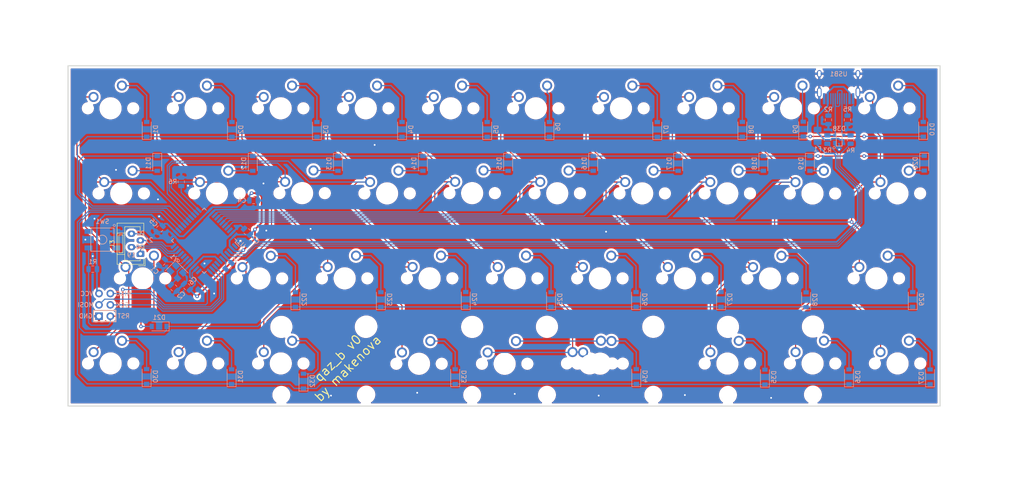
<source format=kicad_pcb>
(kicad_pcb (version 20171130) (host pcbnew "(5.1.4-0-10_14)")
  (layers (0 F.Cu signal) (31 B.Cu signal) (34 B.Paste user) (35 F.Paste user) (36 B.SilkS user) (37 F.SilkS user) (38 B.Mask user) (39 F.Mask user) (44 Edge.Cuts user))
  (net 0 "")
  (net 1 GND)
  (net 2 "Net-(C1-Pad1)")
  (net 3 "Net-(C2-Pad1)")
  (net 4 "Net-(C3-Pad1)")
  (net 5 +5V)
  (net 6 "Net-(D1-Pad2)")
  (net 7 ROW0)
  (net 8 "Net-(D2-Pad2)")
  (net 9 "Net-(D3-Pad2)")
  (net 10 "Net-(D4-Pad2)")
  (net 11 "Net-(D5-Pad2)")
  (net 12 "Net-(D6-Pad2)")
  (net 13 "Net-(D7-Pad2)")
  (net 14 "Net-(D8-Pad2)")
  (net 15 "Net-(D9-Pad2)")
  (net 16 "Net-(D10-Pad2)")
  (net 17 "Net-(D11-Pad2)")
  (net 18 "Net-(D12-Pad2)")
  (net 19 "Net-(D13-Pad2)")
  (net 20 ROW1)
  (net 21 "Net-(D14-Pad2)")
  (net 22 "Net-(D15-Pad2)")
  (net 23 "Net-(D16-Pad2)")
  (net 24 "Net-(D17-Pad2)")
  (net 25 "Net-(D18-Pad2)")
  (net 26 "Net-(D19-Pad2)")
  (net 27 "Net-(D20-Pad2)")
  (net 28 "Net-(D21-Pad2)")
  (net 29 "Net-(D22-Pad2)")
  (net 30 "Net-(D23-Pad2)")
  (net 31 "Net-(D24-Pad2)")
  (net 32 ROW2)
  (net 33 "Net-(D25-Pad2)")
  (net 34 "Net-(D26-Pad2)")
  (net 35 "Net-(D27-Pad2)")
  (net 36 "Net-(D28-Pad2)")
  (net 37 "Net-(D29-Pad2)")
  (net 38 "Net-(D30-Pad2)")
  (net 39 "Net-(D31-Pad2)")
  (net 40 "Net-(D32-Pad2)")
  (net 41 "Net-(D33-Pad2)")
  (net 42 "Net-(D34-Pad2)")
  (net 43 ROW3)
  (net 44 "Net-(D36-Pad2)")
  (net 45 "Net-(D37-Pad2)")
  (net 46 ESD2)
  (net 47 ESD1)
  (net 48 RST)
  (net 49 MOSI)
  (net 50 SCK)
  (net 51 MISO)
  (net 52 COL0)
  (net 53 COL1)
  (net 54 COL2)
  (net 55 COL3)
  (net 56 COL4)
  (net 57 COL6)
  (net 58 COL7)
  (net 59 COL8)
  (net 60 COL9)
  (net 61 COL5)
  (net 62 "Net-(R2-Pad2)")
  (net 63 D-)
  (net 64 D+)
  (net 65 "Net-(R5-Pad2)")
  (net 66 "Net-(R6-Pad2)")
  (net 67 "Net-(U1-Pad42)")
  (net 68 "Net-(USB1-Pad3)")
  (net 69 "Net-(USB1-Pad9)")
  (net 70 VCC)
  (net 71 "Net-(U1-Pad8)")
  (net 72 "Net-(D35-Pad2)")
  (net 73 "Net-(U1-Pad18)")
  (net 74 "Net-(U1-Pad12)")
  (net 75 "Net-(U1-Pad1)")
  (net 76 FREE4)
  (net 77 FREE2)
  (net 78 FREE3)
  (net 79 FREE1)
  (module Connector_JST:JST_ZE_B04B-ZESK-D_1x04_P1.50mm_Vertical (layer F.Cu) (at 51.562 94.107 90)
    (fp_text reference J3 (at 2.25 -6.3 90) (layer F.SilkS))
    (fp_text value Conn_01x04_Female)
    (pad 4 thru_hole oval (at 4.5 -2 90) (size 1.4 1.75) (drill 0.75) (layers *.Cu *.Mask) (net 76 FREE4))
    (pad 2 thru_hole oval (at 1.5 -2 90) (size 1.4 1.75) (drill 0.75) (layers *.Cu *.Mask) (net 77 FREE2))
    (pad 3 thru_hole oval (at 3 0 90) (size 1.4 1.75) (drill 0.75) (layers *.Cu *.Mask) (net 78 FREE3))
    (pad 1 thru_hole custom (at 0 0 90) (size 1.117157 1.117157) (drill 0.75) (layers *.Cu *.Mask) (net 79 FREE1) (options (clearance outline) (anchor circle)) (primitives (gr_poly (pts (xy -0.45 -0.625) (xy 0.05 -0.625) (xy 0.45 -0.225) (xy 0.45 0.625) (xy -0.45 0.625)) (width 0.5))))
  )
  (module MX_Only:MXOnly-6.25U-ReversedStabilizers-NoLED (layer F.Cu) (at 152.15 118.65)
    (fp_text reference MX39)
    (fp_text value MX-NoLED)
    (pad 2 thru_hole circle (at 2.54 -5.08) (size 2.25 2.25) (drill 1.47) (layers *.Cu B.Mask) (net 42 "Net-(D34-Pad2)"))
    (pad "" np_thru_hole circle (at 0 0) (size 3.9878 3.9878) (drill 3.9878) (layers *.Cu *.Mask))
    (pad 1 thru_hole circle (at -3.81 -2.54) (size 2.25 2.25) (drill 1.47) (layers *.Cu B.Mask) (net 61 COL5))
    (pad "" np_thru_hole circle (at -5.08 0 48.0996) (size 1.75 1.75) (drill 1.75) (layers *.Cu *.Mask))
    (pad "" np_thru_hole circle (at 5.08 0 48.0996) (size 1.75 1.75) (drill 1.75) (layers *.Cu *.Mask))
    (pad "" np_thru_hole circle (at -49.9999 6.985) (size 3.048 3.048) (drill 3.048) (layers *.Cu *.Mask))
    (pad "" np_thru_hole circle (at 49.9999 6.985) (size 3.048 3.048) (drill 3.048) (layers *.Cu *.Mask))
    (pad "" np_thru_hole circle (at -49.9999 -8.255) (size 3.9878 3.9878) (drill 3.9878) (layers *.Cu *.Mask))
    (pad "" np_thru_hole circle (at 49.9999 -8.255) (size 3.9878 3.9878) (drill 3.9878) (layers *.Cu *.Mask))
  )
  (module random-keyboard-parts:SOT143B (layer B.Cu) (at 208.02792 68.52892)
    (fp_text reference D38 (at 0 -2.45) (layer B.SilkS) (effects (justify mirror)))
    (fp_text value PRTR5V0U2X)
    (pad 1 smd rect (at -1 0.75 90) (size 1 0.7) (layers B.Cu B.Paste B.Mask) (net 1 GND))
    (pad 4 smd rect (at 1 0.95 90) (size 0.6 0.7) (layers B.Cu B.Paste B.Mask) (net 70 VCC))
    (pad 2 smd rect (at -1 -0.95 90) (size 0.6 0.7) (layers B.Cu B.Paste B.Mask) (net 47 ESD1))
    (pad 3 smd rect (at 1 -0.95 90) (size 0.6 0.7) (layers B.Cu B.Paste B.Mask) (net 46 ESD2))
  )
  (module Type-C:HRO-TYPE-C-31-M-12-HandSoldering (layer B.Cu) (at 207.9 51.175)
    (fp_text reference USB1 (at -0.001 2.673) (layer B.SilkS) (effects (justify mirror)))
    (fp_text value HRO-TYPE-C-31-M-12)
    (pad 12 smd rect (at 3.225 8.195) (size 0.6 2.45) (layers B.Cu B.Paste B.Mask) (net 1 GND))
    (pad 1 smd rect (at -3.225 8.195) (size 0.6 2.45) (layers B.Cu B.Paste B.Mask) (net 1 GND))
    (pad 11 smd rect (at 2.45 8.195) (size 0.6 2.45) (layers B.Cu B.Paste B.Mask) (net 70 VCC))
    (pad 2 smd rect (at -2.45 8.195) (size 0.6 2.45) (layers B.Cu B.Paste B.Mask) (net 70 VCC))
    (pad 3 smd rect (at -1.75 8.195) (size 0.3 2.45) (layers B.Cu B.Paste B.Mask) (net 68 "Net-(USB1-Pad3)"))
    (pad 10 smd rect (at 1.75 8.195) (size 0.3 2.45) (layers B.Cu B.Paste B.Mask) (net 65 "Net-(R5-Pad2)"))
    (pad 4 smd rect (at -1.25 8.195) (size 0.3 2.45) (layers B.Cu B.Paste B.Mask) (net 62 "Net-(R2-Pad2)"))
    (pad 9 smd rect (at 1.25 8.195) (size 0.3 2.45) (layers B.Cu B.Paste B.Mask) (net 69 "Net-(USB1-Pad9)"))
    (pad 5 smd rect (at -0.75 8.195) (size 0.3 2.45) (layers B.Cu B.Paste B.Mask) (net 47 ESD1))
    (pad 8 smd rect (at 0.75 8.195) (size 0.3 2.45) (layers B.Cu B.Paste B.Mask) (net 46 ESD2))
    (pad 7 smd rect (at 0.25 8.195) (size 0.3 2.45) (layers B.Cu B.Paste B.Mask) (net 47 ESD1))
    (pad 6 smd rect (at -0.25 8.195) (size 0.3 2.45) (layers B.Cu B.Paste B.Mask) (net 46 ESD2))
    (pad "" np_thru_hole circle (at 2.89 6.25) (size 0.65 0.65) (drill 0.65) (layers *.Cu *.Mask))
    (pad "" np_thru_hole circle (at -2.89 6.25) (size 0.65 0.65) (drill 0.65) (layers *.Cu *.Mask))
    (pad 13 thru_hole oval (at -4.32 6.78) (size 1 2.1) (drill oval 0.6 1.7) (layers *.Cu F.Mask) (net 1 GND))
    (pad 13 thru_hole oval (at 4.32 6.78) (size 1 2.1) (drill oval 0.6 1.7) (layers *.Cu F.Mask) (net 1 GND))
    (pad 13 thru_hole oval (at -4.32 2.6) (size 1 1.6) (drill oval 0.6 1.2) (layers *.Cu F.Mask) (net 1 GND))
    (pad 13 thru_hole oval (at 4.32 2.6) (size 1 1.6) (drill oval 0.6 1.2) (layers *.Cu F.Mask) (net 1 GND))
  )
  (module Resistor_SMD:R_0805_2012Metric (layer B.Cu) (at 209.875 64.10932 90)
    (fp_text reference R5 (at 2.37744 0.00508 180) (layer B.SilkS) (effects (justify mirror)))
    (fp_text value 5.1k)
    (pad 2 smd roundrect (at 0.9375 0 90) (size 0.975 1.4) (layers B.Cu B.Paste B.Mask) (net 65 "Net-(R5-Pad2)"))
    (pad 1 smd roundrect (at -0.9375 0 90) (size 0.975 1.4) (layers B.Cu B.Paste B.Mask) (net 1 GND))
  )
  (module Resistor_SMD:R_0805_2012Metric (layer B.Cu) (at 210.57808 68.52892 90)
    (fp_text reference R4 (at -2.39776 0 180) (layer B.SilkS) (effects (justify mirror)))
    (fp_text value 22)
    (pad 2 smd roundrect (at 0.9375 0 90) (size 0.975 1.4) (layers B.Cu B.Paste B.Mask) (net 46 ESD2))
    (pad 1 smd roundrect (at -0.9375 0 90) (size 0.975 1.4) (layers B.Cu B.Paste B.Mask) (net 64 D+))
  )
  (module Resistor_SMD:R_0805_2012Metric (layer B.Cu) (at 205.38124 68.51876 90)
    (fp_text reference R3 (at -2.41808 0.01016 180) (layer B.SilkS) (effects (justify mirror)))
    (fp_text value 22)
    (pad 2 smd roundrect (at 0.9375 0 90) (size 0.975 1.4) (layers B.Cu B.Paste B.Mask) (net 47 ESD1))
    (pad 1 smd roundrect (at -0.9375 0 90) (size 0.975 1.4) (layers B.Cu B.Paste B.Mask) (net 63 D-))
  )
  (module Resistor_SMD:R_0805_2012Metric (layer B.Cu) (at 205.60476 64.10932 90)
    (fp_text reference R2 (at 2.33172 -0.0254 180) (layer B.SilkS) (effects (justify mirror)))
    (fp_text value 5.1k)
    (pad 2 smd roundrect (at 0.9375 0 90) (size 0.975 1.4) (layers B.Cu B.Paste B.Mask) (net 62 "Net-(R2-Pad2)"))
    (pad 1 smd roundrect (at -0.9375 0 90) (size 0.975 1.4) (layers B.Cu B.Paste B.Mask) (net 1 GND))
  )
  (module MX_Only:MXOnly-6.25U-ReversedStabilizers-NoLED (layer F.Cu) (at 133.125 118.725)
    (fp_text reference MX38)
    (fp_text value MX-NoLED)
    (pad 2 thru_hole circle (at 2.54 -5.08) (size 2.25 2.25) (drill 1.47) (layers *.Cu B.Mask) (net 42 "Net-(D34-Pad2)"))
    (pad "" np_thru_hole circle (at 0 0) (size 3.9878 3.9878) (drill 3.9878) (layers *.Cu *.Mask))
    (pad 1 thru_hole circle (at -3.81 -2.54) (size 2.25 2.25) (drill 1.47) (layers *.Cu B.Mask) (net 61 COL5))
    (pad "" np_thru_hole circle (at -5.08 0 48.0996) (size 1.75 1.75) (drill 1.75) (layers *.Cu *.Mask))
    (pad "" np_thru_hole circle (at 5.08 0 48.0996) (size 1.75 1.75) (drill 1.75) (layers *.Cu *.Mask))
    (pad "" np_thru_hole circle (at -49.9999 6.985) (size 3.048 3.048) (drill 3.048) (layers *.Cu *.Mask))
    (pad "" np_thru_hole circle (at 49.9999 6.985) (size 3.048 3.048) (drill 3.048) (layers *.Cu *.Mask))
    (pad "" np_thru_hole circle (at -49.9999 -8.255) (size 3.9878 3.9878) (drill 3.9878) (layers *.Cu *.Mask))
    (pad "" np_thru_hole circle (at 49.9999 -8.255) (size 3.9878 3.9878) (drill 3.9878) (layers *.Cu *.Mask))
  )
  (module MX_Only:MXOnly-1U-NoLED (layer F.Cu) (at 183 118.675)
    (fp_text reference MX35)
    (fp_text value MX-NoLED)
    (pad 2 thru_hole circle (at 2.54 -5.08) (size 2.25 2.25) (drill 1.47) (layers *.Cu B.Mask) (net 72 "Net-(D35-Pad2)"))
    (pad "" np_thru_hole circle (at 0 0) (size 3.9878 3.9878) (drill 3.9878) (layers *.Cu *.Mask))
    (pad 1 thru_hole circle (at -3.81 -2.54) (size 2.25 2.25) (drill 1.47) (layers *.Cu B.Mask) (net 58 COL7))
    (pad "" np_thru_hole circle (at -5.08 0 48.0996) (size 1.75 1.75) (drill 1.75) (layers *.Cu *.Mask))
    (pad "" np_thru_hole circle (at 5.08 0 48.0996) (size 1.75 1.75) (drill 1.75) (layers *.Cu *.Mask))
  )
  (module MX_Only:MXOnly-2U-ReversedStabilizers-NoLED (layer F.Cu) (at 154.5 118.7)
    (fp_text reference MX34)
    (fp_text value MX-NoLED)
    (pad 2 thru_hole circle (at 2.54 -5.08) (size 2.25 2.25) (drill 1.47) (layers *.Cu B.Mask) (net 42 "Net-(D34-Pad2)"))
    (pad "" np_thru_hole circle (at 0 0) (size 3.9878 3.9878) (drill 3.9878) (layers *.Cu *.Mask))
    (pad 1 thru_hole circle (at -3.81 -2.54) (size 2.25 2.25) (drill 1.47) (layers *.Cu B.Mask) (net 61 COL5))
    (pad "" np_thru_hole circle (at -5.08 0 48.0996) (size 1.75 1.75) (drill 1.75) (layers *.Cu *.Mask))
    (pad "" np_thru_hole circle (at 5.08 0 48.0996) (size 1.75 1.75) (drill 1.75) (layers *.Cu *.Mask))
    (pad "" np_thru_hole circle (at -11.90625 6.985) (size 3.048 3.048) (drill 3.048) (layers *.Cu *.Mask))
    (pad "" np_thru_hole circle (at 11.90625 6.985) (size 3.048 3.048) (drill 3.048) (layers *.Cu *.Mask))
    (pad "" np_thru_hole circle (at -11.90625 -8.255) (size 3.9878 3.9878) (drill 3.9878) (layers *.Cu *.Mask))
    (pad "" np_thru_hole circle (at 11.90625 -8.255) (size 3.9878 3.9878) (drill 3.9878) (layers *.Cu *.Mask))
  )
  (module MX_Only:MXOnly-1U-NoLED (layer F.Cu) (at 44.9 118.65)
    (fp_text reference MX30)
    (fp_text value MX-NoLED)
    (pad 2 thru_hole circle (at 2.54 -5.08) (size 2.25 2.25) (drill 1.47) (layers *.Cu B.Mask) (net 38 "Net-(D30-Pad2)"))
    (pad "" np_thru_hole circle (at 0 0) (size 3.9878 3.9878) (drill 3.9878) (layers *.Cu *.Mask))
    (pad 1 thru_hole circle (at -3.81 -2.54) (size 2.25 2.25) (drill 1.47) (layers *.Cu B.Mask) (net 52 COL0))
    (pad "" np_thru_hole circle (at -5.08 0 48.0996) (size 1.75 1.75) (drill 1.75) (layers *.Cu *.Mask))
    (pad "" np_thru_hole circle (at 5.08 0 48.0996) (size 1.75 1.75) (drill 1.75) (layers *.Cu *.Mask))
  )
  (module MX_Only:MXOnly-1.5U-NoLED (layer F.Cu) (at 216.35 99.6)
    (fp_text reference MX29)
    (fp_text value MX-NoLED)
    (pad 2 thru_hole circle (at 2.54 -5.08) (size 2.25 2.25) (drill 1.47) (layers *.Cu B.Mask) (net 37 "Net-(D29-Pad2)"))
    (pad "" np_thru_hole circle (at 0 0) (size 3.9878 3.9878) (drill 3.9878) (layers *.Cu *.Mask))
    (pad 1 thru_hole circle (at -3.81 -2.54) (size 2.25 2.25) (drill 1.47) (layers *.Cu B.Mask) (net 60 COL9))
    (pad "" np_thru_hole circle (at -5.08 0 48.0996) (size 1.75 1.75) (drill 1.75) (layers *.Cu *.Mask))
    (pad "" np_thru_hole circle (at 5.08 0 48.0996) (size 1.75 1.75) (drill 1.75) (layers *.Cu *.Mask))
  )
  (module MX_Only:MXOnly-1.75U-NoLED (layer F.Cu) (at 52.05 99.6)
    (fp_text reference MX21)
    (fp_text value MX-NoLED)
    (pad 2 thru_hole circle (at 2.54 -5.08) (size 2.25 2.25) (drill 1.47) (layers *.Cu B.Mask) (net 28 "Net-(D21-Pad2)"))
    (pad "" np_thru_hole circle (at 0 0) (size 3.9878 3.9878) (drill 3.9878) (layers *.Cu *.Mask))
    (pad 1 thru_hole circle (at -3.81 -2.54) (size 2.25 2.25) (drill 1.47) (layers *.Cu B.Mask) (net 52 COL0))
    (pad "" np_thru_hole circle (at -5.08 0 48.0996) (size 1.75 1.75) (drill 1.75) (layers *.Cu *.Mask))
    (pad "" np_thru_hole circle (at 5.08 0 48.0996) (size 1.75 1.75) (drill 1.75) (layers *.Cu *.Mask))
  )
  (module MX_Only:MXOnly-1.25U-NoLED (layer F.Cu) (at 47.275 80.575)
    (fp_text reference MX11)
    (fp_text value MX-NoLED)
    (pad 2 thru_hole circle (at 2.54 -5.08) (size 2.25 2.25) (drill 1.47) (layers *.Cu B.Mask) (net 17 "Net-(D11-Pad2)"))
    (pad "" np_thru_hole circle (at 0 0) (size 3.9878 3.9878) (drill 3.9878) (layers *.Cu *.Mask))
    (pad 1 thru_hole circle (at -3.81 -2.54) (size 2.25 2.25) (drill 1.47) (layers *.Cu B.Mask) (net 52 COL0))
    (pad "" np_thru_hole circle (at -5.08 0 48.0996) (size 1.75 1.75) (drill 1.75) (layers *.Cu *.Mask))
    (pad "" np_thru_hole circle (at 5.08 0 48.0996) (size 1.75 1.75) (drill 1.75) (layers *.Cu *.Mask))
  )
  (module MX_Only:MXOnly-1.25U-NoLED (layer F.Cu) (at 218.7 61.525)
    (fp_text reference MX10)
    (fp_text value MX-NoLED)
    (pad 2 thru_hole circle (at 2.54 -5.08) (size 2.25 2.25) (drill 1.47) (layers *.Cu B.Mask) (net 16 "Net-(D10-Pad2)"))
    (pad "" np_thru_hole circle (at 0 0) (size 3.9878 3.9878) (drill 3.9878) (layers *.Cu *.Mask))
    (pad 1 thru_hole circle (at -3.81 -2.54) (size 2.25 2.25) (drill 1.47) (layers *.Cu B.Mask) (net 60 COL9))
    (pad "" np_thru_hole circle (at -5.08 0 48.0996) (size 1.75 1.75) (drill 1.75) (layers *.Cu *.Mask))
    (pad "" np_thru_hole circle (at 5.08 0 48.0996) (size 1.75 1.75) (drill 1.75) (layers *.Cu *.Mask))
  )
  (module MX_Only:MXOnly-1U-NoLED (layer F.Cu) (at 44.875 61.525)
    (fp_text reference MX1)
    (fp_text value MX-NoLED)
    (pad 2 thru_hole circle (at 2.54 -5.08) (size 2.25 2.25) (drill 1.47) (layers *.Cu B.Mask) (net 6 "Net-(D1-Pad2)"))
    (pad "" np_thru_hole circle (at 0 0) (size 3.9878 3.9878) (drill 3.9878) (layers *.Cu *.Mask))
    (pad 1 thru_hole circle (at -3.81 -2.54) (size 2.25 2.25) (drill 1.47) (layers *.Cu B.Mask) (net 52 COL0))
    (pad "" np_thru_hole circle (at -5.08 0 48.0996) (size 1.75 1.75) (drill 1.75) (layers *.Cu *.Mask))
    (pad "" np_thru_hole circle (at 5.08 0 48.0996) (size 1.75 1.75) (drill 1.75) (layers *.Cu *.Mask))
  )
  (module Diode_SMD:D_SOD-123 (layer B.Cu) (at 191.4 121.7 90)
    (fp_text reference D35 (at 0 2 90) (layer B.SilkS) (effects (justify mirror)))
    (fp_text value D_Small)
    (pad 2 smd rect (at 1.65 0 90) (size 0.9 1.2) (layers B.Cu B.Paste B.Mask) (net 72 "Net-(D35-Pad2)"))
    (pad 1 smd rect (at -1.65 0 90) (size 0.9 1.2) (layers B.Cu B.Paste B.Mask) (net 43 ROW3))
  )
  (module MX_Only:MXOnly-1U-NoLED (layer F.Cu) (at 202.075 118.65)
    (fp_text reference MX36)
    (fp_text value MX-NoLED)
    (pad 2 thru_hole circle (at 2.54 -5.08) (size 2.25 2.25) (drill 1.47) (layers *.Cu B.Mask) (net 44 "Net-(D36-Pad2)"))
    (pad "" np_thru_hole circle (at 0 0) (size 3.9878 3.9878) (drill 3.9878) (layers *.Cu *.Mask))
    (pad 1 thru_hole circle (at -3.81 -2.54) (size 2.25 2.25) (drill 1.47) (layers *.Cu B.Mask) (net 59 COL8))
    (pad "" np_thru_hole circle (at -5.08 0 48.0996) (size 1.75 1.75) (drill 1.75) (layers *.Cu *.Mask))
    (pad "" np_thru_hole circle (at 5.08 0 48.0996) (size 1.75 1.75) (drill 1.75) (layers *.Cu *.Mask))
  )
  (module MX_Only:MXOnly-2.25U-ReversedStabilizers-NoLED (layer F.Cu) (at 113.95 118.725)
    (fp_text reference MX33)
    (fp_text value MX-NoLED)
    (pad 2 thru_hole circle (at 2.54 -5.08) (size 2.25 2.25) (drill 1.47) (layers *.Cu B.Mask) (net 41 "Net-(D33-Pad2)"))
    (pad "" np_thru_hole circle (at 0 0) (size 3.9878 3.9878) (drill 3.9878) (layers *.Cu *.Mask))
    (pad 1 thru_hole circle (at -3.81 -2.54) (size 2.25 2.25) (drill 1.47) (layers *.Cu B.Mask) (net 55 COL3))
    (pad "" np_thru_hole circle (at -5.08 0 48.0996) (size 1.75 1.75) (drill 1.75) (layers *.Cu *.Mask))
    (pad "" np_thru_hole circle (at 5.08 0 48.0996) (size 1.75 1.75) (drill 1.75) (layers *.Cu *.Mask))
    (pad "" np_thru_hole circle (at -11.90625 6.985) (size 3.048 3.048) (drill 3.048) (layers *.Cu *.Mask))
    (pad "" np_thru_hole circle (at 11.90625 6.985) (size 3.048 3.048) (drill 3.048) (layers *.Cu *.Mask))
    (pad "" np_thru_hole circle (at -11.90625 -8.255) (size 3.9878 3.9878) (drill 3.9878) (layers *.Cu *.Mask))
    (pad "" np_thru_hole circle (at 11.90625 -8.255) (size 3.9878 3.9878) (drill 3.9878) (layers *.Cu *.Mask))
  )
  (module MX_Only:MXOnly-1U-NoLED (layer F.Cu) (at 83 118.65)
    (fp_text reference MX32)
    (fp_text value MX-NoLED)
    (pad 2 thru_hole circle (at 2.54 -5.08) (size 2.25 2.25) (drill 1.47) (layers *.Cu B.Mask) (net 40 "Net-(D32-Pad2)"))
    (pad "" np_thru_hole circle (at 0 0) (size 3.9878 3.9878) (drill 3.9878) (layers *.Cu *.Mask))
    (pad 1 thru_hole circle (at -3.81 -2.54) (size 2.25 2.25) (drill 1.47) (layers *.Cu B.Mask) (net 54 COL2))
    (pad "" np_thru_hole circle (at -5.08 0 48.0996) (size 1.75 1.75) (drill 1.75) (layers *.Cu *.Mask))
    (pad "" np_thru_hole circle (at 5.08 0 48.0996) (size 1.75 1.75) (drill 1.75) (layers *.Cu *.Mask))
  )
  (module Diode_SMD:D_SOD-123 (layer B.Cu) (at 210.225 121.644 90)
    (fp_text reference D36 (at 0 2 90) (layer B.SilkS) (effects (justify mirror)))
    (fp_text value D_Small)
    (pad 2 smd rect (at 1.65 0 90) (size 0.9 1.2) (layers B.Cu B.Paste B.Mask) (net 44 "Net-(D36-Pad2)"))
    (pad 1 smd rect (at -1.65 0 90) (size 0.9 1.2) (layers B.Cu B.Paste B.Mask) (net 43 ROW3))
  )
  (module Diode_SMD:D_SOD-123 (layer B.Cu) (at 122.05 121.6 90)
    (fp_text reference D33 (at 0 2 90) (layer B.SilkS) (effects (justify mirror)))
    (fp_text value D_Small)
    (pad 2 smd rect (at 1.65 0 90) (size 0.9 1.2) (layers B.Cu B.Paste B.Mask) (net 41 "Net-(D33-Pad2)"))
    (pad 1 smd rect (at -1.65 0 90) (size 0.9 1.2) (layers B.Cu B.Paste B.Mask) (net 43 ROW3))
  )
  (module Diode_SMD:D_SOD-123 (layer B.Cu) (at 88.075 122.6 90)
    (fp_text reference D32 (at 0 2 90) (layer B.SilkS) (effects (justify mirror)))
    (fp_text value D_Small)
    (pad 2 smd rect (at 1.65 0 90) (size 0.9 1.2) (layers B.Cu B.Paste B.Mask) (net 40 "Net-(D32-Pad2)"))
    (pad 1 smd rect (at -1.65 0 90) (size 0.9 1.2) (layers B.Cu B.Paste B.Mask) (net 43 ROW3))
  )
  (module random-keyboard-parts:Reset_Pretty (layer B.Cu) (at 43.561 105.537 180)
    (fp_text reference J1)
    (fp_text value AVR-ISP-6)
    (fp_text user MISO (at -4.25 2.5 180) (layer B.SilkS) (effects (justify mirror)))
    (fp_text user VCC (at 4 2.5 180) (layer B.SilkS) (effects (justify mirror)))
    (fp_text user SCK (at -4 0 180) (layer B.SilkS) (effects (justify mirror)))
    (fp_text user MOSI (at 4.25 0 180) (layer B.SilkS) (effects (justify mirror)))
    (fp_text user RST (at -4.25 -2.5 180) (layer B.SilkS) (effects (justify mirror)))
    (fp_text user GND (at 4.25 -2.5 180) (layer B.SilkS) (effects (justify mirror)))
    (pad 6 thru_hole rect (at 1.27 -2.54 180) (size 1.7 1.7) (drill 1) (layers *.Cu *.Mask) (net 1 GND))
    (pad 5 thru_hole circle (at -1.27 -2.54 180) (size 1.7 1.7) (drill 1) (layers *.Cu *.Mask) (net 48 RST))
    (pad 4 thru_hole circle (at 1.27 0 180) (size 1.7 1.7) (drill 1) (layers *.Cu *.Mask) (net 49 MOSI))
    (pad 3 thru_hole circle (at -1.27 0 180) (size 1.7 1.7) (drill 1) (layers *.Cu *.Mask) (net 50 SCK))
    (pad 2 thru_hole circle (at 1.27 2.54 180) (size 1.7 1.7) (drill 1) (layers *.Cu *.Mask) (net 5 +5V))
    (pad 1 thru_hole circle (at -1.27 2.54 180) (size 1.7 1.7) (drill 1) (layers *.Cu *.Mask) (net 51 MISO))
  )
  (module MX_Only:MXOnly-1U-NoLED (layer F.Cu) (at 78.225 99.625)
    (fp_text reference MX22)
    (fp_text value MX-NoLED)
    (pad 2 thru_hole circle (at 2.54 -5.08) (size 2.25 2.25) (drill 1.47) (layers *.Cu B.Mask) (net 29 "Net-(D22-Pad2)"))
    (pad "" np_thru_hole circle (at 0 0) (size 3.9878 3.9878) (drill 3.9878) (layers *.Cu *.Mask))
    (pad 1 thru_hole circle (at -3.81 -2.54) (size 2.25 2.25) (drill 1.47) (layers *.Cu B.Mask) (net 53 COL1))
    (pad "" np_thru_hole circle (at -5.08 0 48.0996) (size 1.75 1.75) (drill 1.75) (layers *.Cu *.Mask))
    (pad "" np_thru_hole circle (at 5.08 0 48.0996) (size 1.75 1.75) (drill 1.75) (layers *.Cu *.Mask))
  )
  (module MX_Only:MXOnly-1U-NoLED (layer F.Cu) (at 68.7 80.575)
    (fp_text reference MX12)
    (fp_text value MX-NoLED)
    (pad 2 thru_hole circle (at 2.54 -5.08) (size 2.25 2.25) (drill 1.47) (layers *.Cu B.Mask) (net 18 "Net-(D12-Pad2)"))
    (pad "" np_thru_hole circle (at 0 0) (size 3.9878 3.9878) (drill 3.9878) (layers *.Cu *.Mask))
    (pad 1 thru_hole circle (at -3.81 -2.54) (size 2.25 2.25) (drill 1.47) (layers *.Cu B.Mask) (net 53 COL1))
    (pad "" np_thru_hole circle (at -5.08 0 48.0996) (size 1.75 1.75) (drill 1.75) (layers *.Cu *.Mask))
    (pad "" np_thru_hole circle (at 5.08 0 48.0996) (size 1.75 1.75) (drill 1.75) (layers *.Cu *.Mask))
  )
  (module Crystal:Crystal_SMD_3225-4Pin_3.2x2.5mm (layer B.Cu) (at 59.69 98.171 315)
    (fp_text reference Y1 (at -2.694077 -1.796051 135) (layer B.SilkS) (effects (justify mirror)))
    (fp_text value 16MHz)
    (pad 4 smd rect (at -1.1 0.85 315) (size 1.4 1.2) (layers B.Cu B.Paste B.Mask) (net 1 GND))
    (pad 3 smd rect (at 1.1 0.85 315) (size 1.4 1.2) (layers B.Cu B.Paste B.Mask) (net 3 "Net-(C2-Pad1)"))
    (pad 2 smd rect (at 1.1 -0.85 315) (size 1.4 1.2) (layers B.Cu B.Paste B.Mask) (net 1 GND))
    (pad 1 smd rect (at -1.1 -0.85 315) (size 1.4 1.2) (layers B.Cu B.Paste B.Mask) (net 2 "Net-(C1-Pad1)"))
  )
  (module Package_QFP:TQFP-44_10x10mm_P0.8mm (layer B.Cu) (at 65.85 91.175 135)
    (fp_text reference U1 (at -6.338505 5.424923 135) (layer B.SilkS) (effects (justify mirror)))
    (fp_text value ATmega32U4-AU)
    (pad 44 smd rect (at -4 5.7 45) (size 1.5 0.55) (layers B.Cu B.Paste B.Mask) (net 5 +5V))
    (pad 43 smd rect (at -3.2 5.7 45) (size 1.5 0.55) (layers B.Cu B.Paste B.Mask) (net 1 GND))
    (pad 42 smd rect (at -2.4 5.7 45) (size 1.5 0.55) (layers B.Cu B.Paste B.Mask) (net 67 "Net-(U1-Pad42)"))
    (pad 41 smd rect (at -1.6 5.7 45) (size 1.5 0.55) (layers B.Cu B.Paste B.Mask) (net 60 COL9))
    (pad 40 smd rect (at -0.8 5.7 45) (size 1.5 0.55) (layers B.Cu B.Paste B.Mask) (net 59 COL8))
    (pad 39 smd rect (at 0 5.7 45) (size 1.5 0.55) (layers B.Cu B.Paste B.Mask) (net 58 COL7))
    (pad 38 smd rect (at 0.8 5.7 45) (size 1.5 0.55) (layers B.Cu B.Paste B.Mask) (net 57 COL6))
    (pad 37 smd rect (at 1.6 5.7 45) (size 1.5 0.55) (layers B.Cu B.Paste B.Mask) (net 61 COL5))
    (pad 36 smd rect (at 2.4 5.7 45) (size 1.5 0.55) (layers B.Cu B.Paste B.Mask) (net 56 COL4))
    (pad 35 smd rect (at 3.2 5.7 45) (size 1.5 0.55) (layers B.Cu B.Paste B.Mask) (net 1 GND))
    (pad 34 smd rect (at 4 5.7 45) (size 1.5 0.55) (layers B.Cu B.Paste B.Mask) (net 5 +5V))
    (pad 33 smd rect (at 5.7 4 135) (size 1.5 0.55) (layers B.Cu B.Paste B.Mask) (net 66 "Net-(R6-Pad2)"))
    (pad 32 smd rect (at 5.7 3.2 135) (size 1.5 0.55) (layers B.Cu B.Paste B.Mask) (net 53 COL1))
    (pad 31 smd rect (at 5.7 2.4 135) (size 1.5 0.55) (layers B.Cu B.Paste B.Mask) (net 54 COL2))
    (pad 30 smd rect (at 5.7 1.6 135) (size 1.5 0.55) (layers B.Cu B.Paste B.Mask) (net 55 COL3))
    (pad 29 smd rect (at 5.7 0.8 135) (size 1.5 0.55) (layers B.Cu B.Paste B.Mask) (net 52 COL0))
    (pad 28 smd rect (at 5.7 0 135) (size 1.5 0.55) (layers B.Cu B.Paste B.Mask) (net 20 ROW1))
    (pad 27 smd rect (at 5.7 -0.8 135) (size 1.5 0.55) (layers B.Cu B.Paste B.Mask) (net 7 ROW0))
    (pad 26 smd rect (at 5.7 -1.6 135) (size 1.5 0.55) (layers B.Cu B.Paste B.Mask) (net 43 ROW3))
    (pad 25 smd rect (at 5.7 -2.4 135) (size 1.5 0.55) (layers B.Cu B.Paste B.Mask) (net 32 ROW2))
    (pad 24 smd rect (at 5.7 -3.2 135) (size 1.5 0.55) (layers B.Cu B.Paste B.Mask) (net 5 +5V))
    (pad 23 smd rect (at 5.7 -4 135) (size 1.5 0.55) (layers B.Cu B.Paste B.Mask) (net 1 GND))
    (pad 22 smd rect (at 4 -5.7 45) (size 1.5 0.55) (layers B.Cu B.Paste B.Mask) (net 76 FREE4))
    (pad 21 smd rect (at 3.2 -5.7 45) (size 1.5 0.55) (layers B.Cu B.Paste B.Mask) (net 78 FREE3))
    (pad 20 smd rect (at 2.4 -5.7 45) (size 1.5 0.55) (layers B.Cu B.Paste B.Mask) (net 77 FREE2))
    (pad 19 smd rect (at 1.6 -5.7 45) (size 1.5 0.55) (layers B.Cu B.Paste B.Mask) (net 79 FREE1))
    (pad 18 smd rect (at 0.8 -5.7 45) (size 1.5 0.55) (layers B.Cu B.Paste B.Mask) (net 73 "Net-(U1-Pad18)"))
    (pad 17 smd rect (at 0 -5.7 45) (size 1.5 0.55) (layers B.Cu B.Paste B.Mask) (net 2 "Net-(C1-Pad1)"))
    (pad 16 smd rect (at -0.8 -5.7 45) (size 1.5 0.55) (layers B.Cu B.Paste B.Mask) (net 3 "Net-(C2-Pad1)"))
    (pad 15 smd rect (at -1.6 -5.7 45) (size 1.5 0.55) (layers B.Cu B.Paste B.Mask) (net 1 GND))
    (pad 14 smd rect (at -2.4 -5.7 45) (size 1.5 0.55) (layers B.Cu B.Paste B.Mask) (net 5 +5V))
    (pad 13 smd rect (at -3.2 -5.7 45) (size 1.5 0.55) (layers B.Cu B.Paste B.Mask) (net 48 RST))
    (pad 12 smd rect (at -4 -5.7 45) (size 1.5 0.55) (layers B.Cu B.Paste B.Mask) (net 74 "Net-(U1-Pad12)"))
    (pad 11 smd rect (at -5.7 -4 135) (size 1.5 0.55) (layers B.Cu B.Paste B.Mask) (net 51 MISO))
    (pad 10 smd rect (at -5.7 -3.2 135) (size 1.5 0.55) (layers B.Cu B.Paste B.Mask) (net 49 MOSI))
    (pad 9 smd rect (at -5.7 -2.4 135) (size 1.5 0.55) (layers B.Cu B.Paste B.Mask) (net 50 SCK))
    (pad 8 smd rect (at -5.7 -1.6 135) (size 1.5 0.55) (layers B.Cu B.Paste B.Mask) (net 71 "Net-(U1-Pad8)"))
    (pad 7 smd rect (at -5.7 -0.8 135) (size 1.5 0.55) (layers B.Cu B.Paste B.Mask) (net 5 +5V))
    (pad 6 smd rect (at -5.7 0 135) (size 1.5 0.55) (layers B.Cu B.Paste B.Mask) (net 4 "Net-(C3-Pad1)"))
    (pad 5 smd rect (at -5.7 0.8 135) (size 1.5 0.55) (layers B.Cu B.Paste B.Mask) (net 1 GND))
    (pad 4 smd rect (at -5.7 1.6 135) (size 1.5 0.55) (layers B.Cu B.Paste B.Mask) (net 64 D+))
    (pad 3 smd rect (at -5.7 2.4 135) (size 1.5 0.55) (layers B.Cu B.Paste B.Mask) (net 63 D-))
    (pad 2 smd rect (at -5.7 3.2 135) (size 1.5 0.55) (layers B.Cu B.Paste B.Mask) (net 5 +5V))
    (pad 1 smd rect (at -5.7 4 135) (size 1.5 0.55) (layers B.Cu B.Paste B.Mask) (net 75 "Net-(U1-Pad1)"))
  )
  (module random-keyboard-parts:SKQG-1155865 (layer B.Cu) (at 43.053 90.932)
    (fp_text reference SW1 (at 0 -4.064) (layer B.SilkS) (effects (justify mirror)))
    (fp_text value SW_Push)
    (pad 4 smd rect (at -3.1 -1.85) (size 1.8 1.1) (layers B.Cu B.Paste B.Mask))
    (pad 3 smd rect (at 3.1 1.85) (size 1.8 1.1) (layers B.Cu B.Paste B.Mask))
    (pad 2 smd rect (at -3.1 1.85) (size 1.8 1.1) (layers B.Cu B.Paste B.Mask) (net 48 RST))
    (pad 1 smd rect (at 3.1 -1.85) (size 1.8 1.1) (layers B.Cu B.Paste B.Mask) (net 1 GND))
  )
  (module Resistor_SMD:R_0805_2012Metric (layer B.Cu) (at 60.706 77.978 270)
    (fp_text reference R6 (at -0.025 1.9 180) (layer B.SilkS) (effects (justify mirror)))
    (fp_text value 10k)
    (pad 1 smd roundrect (at -0.9375 0 270) (size 0.975 1.4) (layers B.Cu B.Paste B.Mask) (net 1 GND))
    (pad 2 smd roundrect (at 0.9375 0 270) (size 0.975 1.4) (layers B.Cu B.Paste B.Mask) (net 66 "Net-(R6-Pad2)"))
  )
  (module Resistor_SMD:R_0805_2012Metric (layer B.Cu) (at 40.894 97.536 180)
    (fp_text reference R1 (at 0 1.65) (layer B.SilkS) (effects (justify mirror)))
    (fp_text value 10k)
    (pad 2 smd roundrect (at 0.9375 0 180) (size 0.975 1.4) (layers B.Cu B.Paste B.Mask) (net 48 RST))
    (pad 1 smd roundrect (at -0.9375 0 180) (size 0.975 1.4) (layers B.Cu B.Paste B.Mask) (net 5 +5V))
  )
  (module MX_Only:MXOnly-1U-NoLED (layer F.Cu) (at 221.1 118.65)
    (fp_text reference MX37)
    (fp_text value MX-NoLED)
    (pad 2 thru_hole circle (at 2.54 -5.08) (size 2.25 2.25) (drill 1.47) (layers *.Cu B.Mask) (net 45 "Net-(D37-Pad2)"))
    (pad "" np_thru_hole circle (at 0 0) (size 3.9878 3.9878) (drill 3.9878) (layers *.Cu *.Mask))
    (pad 1 thru_hole circle (at -3.81 -2.54) (size 2.25 2.25) (drill 1.47) (layers *.Cu B.Mask) (net 60 COL9))
    (pad "" np_thru_hole circle (at -5.08 0 48.0996) (size 1.75 1.75) (drill 1.75) (layers *.Cu *.Mask))
    (pad "" np_thru_hole circle (at 5.08 0 48.0996) (size 1.75 1.75) (drill 1.75) (layers *.Cu *.Mask))
  )
  (module MX_Only:MXOnly-1U-NoLED (layer F.Cu) (at 63.925 118.65)
    (fp_text reference MX31)
    (fp_text value MX-NoLED)
    (pad 2 thru_hole circle (at 2.54 -5.08) (size 2.25 2.25) (drill 1.47) (layers *.Cu B.Mask) (net 39 "Net-(D31-Pad2)"))
    (pad "" np_thru_hole circle (at 0 0) (size 3.9878 3.9878) (drill 3.9878) (layers *.Cu *.Mask))
    (pad 1 thru_hole circle (at -3.81 -2.54) (size 2.25 2.25) (drill 1.47) (layers *.Cu B.Mask) (net 53 COL1))
    (pad "" np_thru_hole circle (at -5.08 0 48.0996) (size 1.75 1.75) (drill 1.75) (layers *.Cu *.Mask))
    (pad "" np_thru_hole circle (at 5.08 0 48.0996) (size 1.75 1.75) (drill 1.75) (layers *.Cu *.Mask))
  )
  (module MX_Only:MXOnly-1U-NoLED (layer F.Cu) (at 192.55 99.625)
    (fp_text reference MX28)
    (fp_text value MX-NoLED)
    (pad 2 thru_hole circle (at 2.54 -5.08) (size 2.25 2.25) (drill 1.47) (layers *.Cu B.Mask) (net 36 "Net-(D28-Pad2)"))
    (pad "" np_thru_hole circle (at 0 0) (size 3.9878 3.9878) (drill 3.9878) (layers *.Cu *.Mask))
    (pad 1 thru_hole circle (at -3.81 -2.54) (size 2.25 2.25) (drill 1.47) (layers *.Cu B.Mask) (net 58 COL7))
    (pad "" np_thru_hole circle (at -5.08 0 48.0996) (size 1.75 1.75) (drill 1.75) (layers *.Cu *.Mask))
    (pad "" np_thru_hole circle (at 5.08 0 48.0996) (size 1.75 1.75) (drill 1.75) (layers *.Cu *.Mask))
  )
  (module MX_Only:MXOnly-1U-NoLED (layer F.Cu) (at 173.475 99.6)
    (fp_text reference MX27)
    (fp_text value MX-NoLED)
    (pad 2 thru_hole circle (at 2.54 -5.08) (size 2.25 2.25) (drill 1.47) (layers *.Cu B.Mask) (net 35 "Net-(D27-Pad2)"))
    (pad "" np_thru_hole circle (at 0 0) (size 3.9878 3.9878) (drill 3.9878) (layers *.Cu *.Mask))
    (pad 1 thru_hole circle (at -3.81 -2.54) (size 2.25 2.25) (drill 1.47) (layers *.Cu B.Mask) (net 57 COL6))
    (pad "" np_thru_hole circle (at -5.08 0 48.0996) (size 1.75 1.75) (drill 1.75) (layers *.Cu *.Mask))
    (pad "" np_thru_hole circle (at 5.08 0 48.0996) (size 1.75 1.75) (drill 1.75) (layers *.Cu *.Mask))
  )
  (module MX_Only:MXOnly-1U-NoLED (layer F.Cu) (at 154.45 99.6)
    (fp_text reference MX26)
    (fp_text value MX-NoLED)
    (pad 2 thru_hole circle (at 2.54 -5.08) (size 2.25 2.25) (drill 1.47) (layers *.Cu B.Mask) (net 34 "Net-(D26-Pad2)"))
    (pad "" np_thru_hole circle (at 0 0) (size 3.9878 3.9878) (drill 3.9878) (layers *.Cu *.Mask))
    (pad 1 thru_hole circle (at -3.81 -2.54) (size 2.25 2.25) (drill 1.47) (layers *.Cu B.Mask) (net 61 COL5))
    (pad "" np_thru_hole circle (at -5.08 0 48.0996) (size 1.75 1.75) (drill 1.75) (layers *.Cu *.Mask))
    (pad "" np_thru_hole circle (at 5.08 0 48.0996) (size 1.75 1.75) (drill 1.75) (layers *.Cu *.Mask))
  )
  (module MX_Only:MXOnly-1U-NoLED (layer F.Cu) (at 135.375 99.6)
    (fp_text reference MX25)
    (fp_text value MX-NoLED)
    (pad 2 thru_hole circle (at 2.54 -5.08) (size 2.25 2.25) (drill 1.47) (layers *.Cu B.Mask) (net 33 "Net-(D25-Pad2)"))
    (pad "" np_thru_hole circle (at 0 0) (size 3.9878 3.9878) (drill 3.9878) (layers *.Cu *.Mask))
    (pad 1 thru_hole circle (at -3.81 -2.54) (size 2.25 2.25) (drill 1.47) (layers *.Cu B.Mask) (net 56 COL4))
    (pad "" np_thru_hole circle (at -5.08 0 48.0996) (size 1.75 1.75) (drill 1.75) (layers *.Cu *.Mask))
    (pad "" np_thru_hole circle (at 5.08 0 48.0996) (size 1.75 1.75) (drill 1.75) (layers *.Cu *.Mask))
  )
  (module MX_Only:MXOnly-1U-NoLED (layer F.Cu) (at 116.325 99.5934)
    (fp_text reference MX24)
    (fp_text value MX-NoLED)
    (pad 2 thru_hole circle (at 2.54 -5.08) (size 2.25 2.25) (drill 1.47) (layers *.Cu B.Mask) (net 31 "Net-(D24-Pad2)"))
    (pad "" np_thru_hole circle (at 0 0) (size 3.9878 3.9878) (drill 3.9878) (layers *.Cu *.Mask))
    (pad 1 thru_hole circle (at -3.81 -2.54) (size 2.25 2.25) (drill 1.47) (layers *.Cu B.Mask) (net 55 COL3))
    (pad "" np_thru_hole circle (at -5.08 0 48.0996) (size 1.75 1.75) (drill 1.75) (layers *.Cu *.Mask))
    (pad "" np_thru_hole circle (at 5.08 0 48.0996) (size 1.75 1.75) (drill 1.75) (layers *.Cu *.Mask))
  )
  (module MX_Only:MXOnly-1U-NoLED (layer F.Cu) (at 97.3 99.6)
    (fp_text reference MX23)
    (fp_text value MX-NoLED)
    (pad 2 thru_hole circle (at 2.54 -5.08) (size 2.25 2.25) (drill 1.47) (layers *.Cu B.Mask) (net 30 "Net-(D23-Pad2)"))
    (pad "" np_thru_hole circle (at 0 0) (size 3.9878 3.9878) (drill 3.9878) (layers *.Cu *.Mask))
    (pad 1 thru_hole circle (at -3.81 -2.54) (size 2.25 2.25) (drill 1.47) (layers *.Cu B.Mask) (net 54 COL2))
    (pad "" np_thru_hole circle (at -5.08 0 48.0996) (size 1.75 1.75) (drill 1.75) (layers *.Cu *.Mask))
    (pad "" np_thru_hole circle (at 5.08 0 48.0996) (size 1.75 1.75) (drill 1.75) (layers *.Cu *.Mask))
  )
  (module MX_Only:MXOnly-1U-NoLED (layer F.Cu) (at 221.075 80.575)
    (fp_text reference MX20)
    (fp_text value MX-NoLED)
    (pad 2 thru_hole circle (at 2.54 -5.08) (size 2.25 2.25) (drill 1.47) (layers *.Cu B.Mask) (net 27 "Net-(D20-Pad2)"))
    (pad "" np_thru_hole circle (at 0 0) (size 3.9878 3.9878) (drill 3.9878) (layers *.Cu *.Mask))
    (pad 1 thru_hole circle (at -3.81 -2.54) (size 2.25 2.25) (drill 1.47) (layers *.Cu B.Mask) (net 60 COL9))
    (pad "" np_thru_hole circle (at -5.08 0 48.0996) (size 1.75 1.75) (drill 1.75) (layers *.Cu *.Mask))
    (pad "" np_thru_hole circle (at 5.08 0 48.0996) (size 1.75 1.75) (drill 1.75) (layers *.Cu *.Mask))
  )
  (module MX_Only:MXOnly-1U-NoLED (layer F.Cu) (at 202.05 80.6)
    (fp_text reference MX19)
    (fp_text value MX-NoLED)
    (pad 2 thru_hole circle (at 2.54 -5.08) (size 2.25 2.25) (drill 1.47) (layers *.Cu B.Mask) (net 26 "Net-(D19-Pad2)"))
    (pad "" np_thru_hole circle (at 0 0) (size 3.9878 3.9878) (drill 3.9878) (layers *.Cu *.Mask))
    (pad 1 thru_hole circle (at -3.81 -2.54) (size 2.25 2.25) (drill 1.47) (layers *.Cu B.Mask) (net 59 COL8))
    (pad "" np_thru_hole circle (at -5.08 0 48.0996) (size 1.75 1.75) (drill 1.75) (layers *.Cu *.Mask))
    (pad "" np_thru_hole circle (at 5.08 0 48.0996) (size 1.75 1.75) (drill 1.75) (layers *.Cu *.Mask))
  )
  (module MX_Only:MXOnly-1U-NoLED (layer F.Cu) (at 182.975 80.575)
    (fp_text reference MX18)
    (fp_text value MX-NoLED)
    (pad 2 thru_hole circle (at 2.54 -5.08) (size 2.25 2.25) (drill 1.47) (layers *.Cu B.Mask) (net 25 "Net-(D18-Pad2)"))
    (pad "" np_thru_hole circle (at 0 0) (size 3.9878 3.9878) (drill 3.9878) (layers *.Cu *.Mask))
    (pad 1 thru_hole circle (at -3.81 -2.54) (size 2.25 2.25) (drill 1.47) (layers *.Cu B.Mask) (net 58 COL7))
    (pad "" np_thru_hole circle (at -5.08 0 48.0996) (size 1.75 1.75) (drill 1.75) (layers *.Cu *.Mask))
    (pad "" np_thru_hole circle (at 5.08 0 48.0996) (size 1.75 1.75) (drill 1.75) (layers *.Cu *.Mask))
  )
  (module MX_Only:MXOnly-1U-NoLED (layer F.Cu) (at 163.925 80.575)
    (fp_text reference MX17)
    (fp_text value MX-NoLED)
    (pad 2 thru_hole circle (at 2.54 -5.08) (size 2.25 2.25) (drill 1.47) (layers *.Cu B.Mask) (net 24 "Net-(D17-Pad2)"))
    (pad "" np_thru_hole circle (at 0 0) (size 3.9878 3.9878) (drill 3.9878) (layers *.Cu *.Mask))
    (pad 1 thru_hole circle (at -3.81 -2.54) (size 2.25 2.25) (drill 1.47) (layers *.Cu B.Mask) (net 57 COL6))
    (pad "" np_thru_hole circle (at -5.08 0 48.0996) (size 1.75 1.75) (drill 1.75) (layers *.Cu *.Mask))
    (pad "" np_thru_hole circle (at 5.08 0 48.0996) (size 1.75 1.75) (drill 1.75) (layers *.Cu *.Mask))
  )
  (module MX_Only:MXOnly-1U-NoLED (layer F.Cu) (at 144.9 80.55)
    (fp_text reference MX16)
    (fp_text value MX-NoLED)
    (pad 2 thru_hole circle (at 2.54 -5.08) (size 2.25 2.25) (drill 1.47) (layers *.Cu B.Mask) (net 23 "Net-(D16-Pad2)"))
    (pad "" np_thru_hole circle (at 0 0) (size 3.9878 3.9878) (drill 3.9878) (layers *.Cu *.Mask))
    (pad 1 thru_hole circle (at -3.81 -2.54) (size 2.25 2.25) (drill 1.47) (layers *.Cu B.Mask) (net 61 COL5))
    (pad "" np_thru_hole circle (at -5.08 0 48.0996) (size 1.75 1.75) (drill 1.75) (layers *.Cu *.Mask))
    (pad "" np_thru_hole circle (at 5.08 0 48.0996) (size 1.75 1.75) (drill 1.75) (layers *.Cu *.Mask))
  )
  (module MX_Only:MXOnly-1U-NoLED (layer F.Cu) (at 125.85 80.525)
    (fp_text reference MX15)
    (fp_text value MX-NoLED)
    (pad 2 thru_hole circle (at 2.54 -5.08) (size 2.25 2.25) (drill 1.47) (layers *.Cu B.Mask) (net 22 "Net-(D15-Pad2)"))
    (pad "" np_thru_hole circle (at 0 0) (size 3.9878 3.9878) (drill 3.9878) (layers *.Cu *.Mask))
    (pad 1 thru_hole circle (at -3.81 -2.54) (size 2.25 2.25) (drill 1.47) (layers *.Cu B.Mask) (net 56 COL4))
    (pad "" np_thru_hole circle (at -5.08 0 48.0996) (size 1.75 1.75) (drill 1.75) (layers *.Cu *.Mask))
    (pad "" np_thru_hole circle (at 5.08 0 48.0996) (size 1.75 1.75) (drill 1.75) (layers *.Cu *.Mask))
  )
  (module MX_Only:MXOnly-1U-NoLED (layer F.Cu) (at 106.8 80.575)
    (fp_text reference MX14)
    (fp_text value MX-NoLED)
    (pad 2 thru_hole circle (at 2.54 -5.08) (size 2.25 2.25) (drill 1.47) (layers *.Cu B.Mask) (net 21 "Net-(D14-Pad2)"))
    (pad "" np_thru_hole circle (at 0 0) (size 3.9878 3.9878) (drill 3.9878) (layers *.Cu *.Mask))
    (pad 1 thru_hole circle (at -3.81 -2.54) (size 2.25 2.25) (drill 1.47) (layers *.Cu B.Mask) (net 55 COL3))
    (pad "" np_thru_hole circle (at -5.08 0 48.0996) (size 1.75 1.75) (drill 1.75) (layers *.Cu *.Mask))
    (pad "" np_thru_hole circle (at 5.08 0 48.0996) (size 1.75 1.75) (drill 1.75) (layers *.Cu *.Mask))
  )
  (module MX_Only:MXOnly-1U-NoLED (layer F.Cu) (at 87.775 80.525)
    (fp_text reference MX13)
    (fp_text value MX-NoLED)
    (pad 2 thru_hole circle (at 2.54 -5.08) (size 2.25 2.25) (drill 1.47) (layers *.Cu B.Mask) (net 19 "Net-(D13-Pad2)"))
    (pad "" np_thru_hole circle (at 0 0) (size 3.9878 3.9878) (drill 3.9878) (layers *.Cu *.Mask))
    (pad 1 thru_hole circle (at -3.81 -2.54) (size 2.25 2.25) (drill 1.47) (layers *.Cu B.Mask) (net 54 COL2))
    (pad "" np_thru_hole circle (at -5.08 0 48.0996) (size 1.75 1.75) (drill 1.75) (layers *.Cu *.Mask))
    (pad "" np_thru_hole circle (at 5.08 0 48.0996) (size 1.75 1.75) (drill 1.75) (layers *.Cu *.Mask))
  )
  (module MX_Only:MXOnly-1U-NoLED (layer F.Cu) (at 197.275 61.525)
    (fp_text reference MX9)
    (fp_text value MX-NoLED)
    (pad 2 thru_hole circle (at 2.54 -5.08) (size 2.25 2.25) (drill 1.47) (layers *.Cu B.Mask) (net 15 "Net-(D9-Pad2)"))
    (pad "" np_thru_hole circle (at 0 0) (size 3.9878 3.9878) (drill 3.9878) (layers *.Cu *.Mask))
    (pad 1 thru_hole circle (at -3.81 -2.54) (size 2.25 2.25) (drill 1.47) (layers *.Cu B.Mask) (net 59 COL8))
    (pad "" np_thru_hole circle (at -5.08 0 48.0996) (size 1.75 1.75) (drill 1.75) (layers *.Cu *.Mask))
    (pad "" np_thru_hole circle (at 5.08 0 48.0996) (size 1.75 1.75) (drill 1.75) (layers *.Cu *.Mask))
  )
  (module MX_Only:MXOnly-1U-NoLED (layer F.Cu) (at 178.225 61.525)
    (fp_text reference MX8)
    (fp_text value MX-NoLED)
    (pad 2 thru_hole circle (at 2.54 -5.08) (size 2.25 2.25) (drill 1.47) (layers *.Cu B.Mask) (net 14 "Net-(D8-Pad2)"))
    (pad "" np_thru_hole circle (at 0 0) (size 3.9878 3.9878) (drill 3.9878) (layers *.Cu *.Mask))
    (pad 1 thru_hole circle (at -3.81 -2.54) (size 2.25 2.25) (drill 1.47) (layers *.Cu B.Mask) (net 58 COL7))
    (pad "" np_thru_hole circle (at -5.08 0 48.0996) (size 1.75 1.75) (drill 1.75) (layers *.Cu *.Mask))
    (pad "" np_thru_hole circle (at 5.08 0 48.0996) (size 1.75 1.75) (drill 1.75) (layers *.Cu *.Mask))
  )
  (module MX_Only:MXOnly-1U-NoLED (layer F.Cu) (at 159.175 61.525)
    (fp_text reference MX7)
    (fp_text value MX-NoLED)
    (pad 2 thru_hole circle (at 2.54 -5.08) (size 2.25 2.25) (drill 1.47) (layers *.Cu B.Mask) (net 13 "Net-(D7-Pad2)"))
    (pad "" np_thru_hole circle (at 0 0) (size 3.9878 3.9878) (drill 3.9878) (layers *.Cu *.Mask))
    (pad 1 thru_hole circle (at -3.81 -2.54) (size 2.25 2.25) (drill 1.47) (layers *.Cu B.Mask) (net 57 COL6))
    (pad "" np_thru_hole circle (at -5.08 0 48.0996) (size 1.75 1.75) (drill 1.75) (layers *.Cu *.Mask))
    (pad "" np_thru_hole circle (at 5.08 0 48.0996) (size 1.75 1.75) (drill 1.75) (layers *.Cu *.Mask))
  )
  (module MX_Only:MXOnly-1U-NoLED (layer F.Cu) (at 140.1 61.525)
    (fp_text reference MX6)
    (fp_text value MX-NoLED)
    (pad 2 thru_hole circle (at 2.54 -5.08) (size 2.25 2.25) (drill 1.47) (layers *.Cu B.Mask) (net 12 "Net-(D6-Pad2)"))
    (pad "" np_thru_hole circle (at 0 0) (size 3.9878 3.9878) (drill 3.9878) (layers *.Cu *.Mask))
    (pad 1 thru_hole circle (at -3.81 -2.54) (size 2.25 2.25) (drill 1.47) (layers *.Cu B.Mask) (net 61 COL5))
    (pad "" np_thru_hole circle (at -5.08 0 48.0996) (size 1.75 1.75) (drill 1.75) (layers *.Cu *.Mask))
    (pad "" np_thru_hole circle (at 5.08 0 48.0996) (size 1.75 1.75) (drill 1.75) (layers *.Cu *.Mask))
  )
  (module MX_Only:MXOnly-1U-NoLED (layer F.Cu) (at 121.05 61.525)
    (fp_text reference MX5)
    (fp_text value MX-NoLED)
    (pad 2 thru_hole circle (at 2.54 -5.08) (size 2.25 2.25) (drill 1.47) (layers *.Cu B.Mask) (net 11 "Net-(D5-Pad2)"))
    (pad "" np_thru_hole circle (at 0 0) (size 3.9878 3.9878) (drill 3.9878) (layers *.Cu *.Mask))
    (pad 1 thru_hole circle (at -3.81 -2.54) (size 2.25 2.25) (drill 1.47) (layers *.Cu B.Mask) (net 56 COL4))
    (pad "" np_thru_hole circle (at -5.08 0 48.0996) (size 1.75 1.75) (drill 1.75) (layers *.Cu *.Mask))
    (pad "" np_thru_hole circle (at 5.08 0 48.0996) (size 1.75 1.75) (drill 1.75) (layers *.Cu *.Mask))
  )
  (module MX_Only:MXOnly-1U-NoLED (layer F.Cu) (at 102.025 61.525)
    (fp_text reference MX4)
    (fp_text value MX-NoLED)
    (pad 2 thru_hole circle (at 2.54 -5.08) (size 2.25 2.25) (drill 1.47) (layers *.Cu B.Mask) (net 10 "Net-(D4-Pad2)"))
    (pad "" np_thru_hole circle (at 0 0) (size 3.9878 3.9878) (drill 3.9878) (layers *.Cu *.Mask))
    (pad 1 thru_hole circle (at -3.81 -2.54) (size 2.25 2.25) (drill 1.47) (layers *.Cu B.Mask) (net 55 COL3))
    (pad "" np_thru_hole circle (at -5.08 0 48.0996) (size 1.75 1.75) (drill 1.75) (layers *.Cu *.Mask))
    (pad "" np_thru_hole circle (at 5.08 0 48.0996) (size 1.75 1.75) (drill 1.75) (layers *.Cu *.Mask))
  )
  (module MX_Only:MXOnly-1U-NoLED (layer F.Cu) (at 82.975 61.525)
    (fp_text reference MX3)
    (fp_text value MX-NoLED)
    (pad 2 thru_hole circle (at 2.54 -5.08) (size 2.25 2.25) (drill 1.47) (layers *.Cu B.Mask) (net 9 "Net-(D3-Pad2)"))
    (pad "" np_thru_hole circle (at 0 0) (size 3.9878 3.9878) (drill 3.9878) (layers *.Cu *.Mask))
    (pad 1 thru_hole circle (at -3.81 -2.54) (size 2.25 2.25) (drill 1.47) (layers *.Cu B.Mask) (net 54 COL2))
    (pad "" np_thru_hole circle (at -5.08 0 48.0996) (size 1.75 1.75) (drill 1.75) (layers *.Cu *.Mask))
    (pad "" np_thru_hole circle (at 5.08 0 48.0996) (size 1.75 1.75) (drill 1.75) (layers *.Cu *.Mask))
  )
  (module MX_Only:MXOnly-1U-NoLED (layer F.Cu) (at 63.92164 61.525)
    (fp_text reference MX2)
    (fp_text value MX-NoLED)
    (pad 2 thru_hole circle (at 2.54 -5.08) (size 2.25 2.25) (drill 1.47) (layers *.Cu B.Mask) (net 8 "Net-(D2-Pad2)"))
    (pad "" np_thru_hole circle (at 0 0) (size 3.9878 3.9878) (drill 3.9878) (layers *.Cu *.Mask))
    (pad 1 thru_hole circle (at -3.81 -2.54) (size 2.25 2.25) (drill 1.47) (layers *.Cu B.Mask) (net 53 COL1))
    (pad "" np_thru_hole circle (at -5.08 0 48.0996) (size 1.75 1.75) (drill 1.75) (layers *.Cu *.Mask))
    (pad "" np_thru_hole circle (at 5.08 0 48.0996) (size 1.75 1.75) (drill 1.75) (layers *.Cu *.Mask))
  )
  (module Fuse:Fuse_1206_3216Metric (layer B.Cu) (at 203.2 67.691 90)
    (fp_text reference F1 (at -2.96164 -0.00508 180) (layer B.SilkS) (effects (justify mirror)))
    (fp_text value Polyfuse_Small)
    (pad 2 smd roundrect (at 1.4 0 90) (size 1.25 1.75) (layers B.Cu B.Paste B.Mask) (roundrect_rratio 0.2) (net 70 VCC))
    (pad 1 smd roundrect (at -1.4 0 90) (size 1.25 1.75) (layers B.Cu B.Paste B.Mask) (roundrect_rratio 0.2) (net 5 +5V))
  )
  (module Diode_SMD:D_SOD-123 (layer B.Cu) (at 228.375 121.65 90)
    (fp_text reference D37 (at -0.225 -1.95 90) (layer B.SilkS) (effects (justify mirror)))
    (fp_text value D_Small)
    (pad 2 smd rect (at 1.65 0 90) (size 0.9 1.2) (layers B.Cu B.Paste B.Mask) (net 45 "Net-(D37-Pad2)"))
    (pad 1 smd rect (at -1.65 0 90) (size 0.9 1.2) (layers B.Cu B.Paste B.Mask) (net 43 ROW3))
  )
  (module Diode_SMD:D_SOD-123 (layer B.Cu) (at 162.6 121.575 90)
    (fp_text reference D34 (at 0 2 90) (layer B.SilkS) (effects (justify mirror)))
    (fp_text value D_Small)
    (pad 2 smd rect (at 1.65 0 90) (size 0.9 1.2) (layers B.Cu B.Paste B.Mask) (net 42 "Net-(D34-Pad2)"))
    (pad 1 smd rect (at -1.65 0 90) (size 0.9 1.2) (layers B.Cu B.Paste B.Mask) (net 43 ROW3))
  )
  (module Diode_SMD:D_SOD-123 (layer B.Cu) (at 71.97972 121.61352 90)
    (fp_text reference D31 (at 0 2 90) (layer B.SilkS) (effects (justify mirror)))
    (fp_text value D_Small)
    (pad 2 smd rect (at 1.65 0 90) (size 0.9 1.2) (layers B.Cu B.Paste B.Mask) (net 39 "Net-(D31-Pad2)"))
    (pad 1 smd rect (at -1.65 0 90) (size 0.9 1.2) (layers B.Cu B.Paste B.Mask) (net 43 ROW3))
  )
  (module Diode_SMD:D_SOD-123 (layer B.Cu) (at 52.95288 121.5682 90)
    (fp_text reference D30 (at 0 2 90) (layer B.SilkS) (effects (justify mirror)))
    (fp_text value D_Small)
    (pad 2 smd rect (at 1.65 0 90) (size 0.9 1.2) (layers B.Cu B.Paste B.Mask) (net 38 "Net-(D30-Pad2)"))
    (pad 1 smd rect (at -1.65 0 90) (size 0.9 1.2) (layers B.Cu B.Paste B.Mask) (net 43 ROW3))
  )
  (module Diode_SMD:D_SOD-123 (layer B.Cu) (at 224.5 104.32796 90)
    (fp_text reference D29 (at 0 2 90) (layer B.SilkS) (effects (justify mirror)))
    (fp_text value D_Small)
    (pad 2 smd rect (at 1.65 0 90) (size 0.9 1.2) (layers B.Cu B.Paste B.Mask) (net 37 "Net-(D29-Pad2)"))
    (pad 1 smd rect (at -1.65 0 90) (size 0.9 1.2) (layers B.Cu B.Paste B.Mask) (net 32 ROW2))
  )
  (module Diode_SMD:D_SOD-123 (layer B.Cu) (at 200.61936 104.37876 90)
    (fp_text reference D28 (at 0 2 90) (layer B.SilkS) (effects (justify mirror)))
    (fp_text value D_Small)
    (pad 2 smd rect (at 1.65 0 90) (size 0.9 1.2) (layers B.Cu B.Paste B.Mask) (net 36 "Net-(D28-Pad2)"))
    (pad 1 smd rect (at -1.65 0 90) (size 0.9 1.2) (layers B.Cu B.Paste B.Mask) (net 32 ROW2))
  )
  (module Diode_SMD:D_SOD-123 (layer B.Cu) (at 181.575 104.325 90)
    (fp_text reference D27 (at 0 2 90) (layer B.SilkS) (effects (justify mirror)))
    (fp_text value D_Small)
    (pad 2 smd rect (at 1.65 0 90) (size 0.9 1.2) (layers B.Cu B.Paste B.Mask) (net 35 "Net-(D27-Pad2)"))
    (pad 1 smd rect (at -1.65 0 90) (size 0.9 1.2) (layers B.Cu B.Paste B.Mask) (net 32 ROW2))
  )
  (module Diode_SMD:D_SOD-123 (layer B.Cu) (at 162.54476 104.3178 90)
    (fp_text reference D26 (at 0 2 90) (layer B.SilkS) (effects (justify mirror)))
    (fp_text value D_Small)
    (pad 2 smd rect (at 1.65 0 90) (size 0.9 1.2) (layers B.Cu B.Paste B.Mask) (net 34 "Net-(D26-Pad2)"))
    (pad 1 smd rect (at -1.65 0 90) (size 0.9 1.2) (layers B.Cu B.Paste B.Mask) (net 32 ROW2))
  )
  (module Diode_SMD:D_SOD-123 (layer B.Cu) (at 143.51 104.3432 90)
    (fp_text reference D25 (at 0 2 90) (layer B.SilkS) (effects (justify mirror)))
    (fp_text value D_Small)
    (pad 2 smd rect (at 1.65 0 90) (size 0.9 1.2) (layers B.Cu B.Paste B.Mask) (net 33 "Net-(D25-Pad2)"))
    (pad 1 smd rect (at -1.65 0 90) (size 0.9 1.2) (layers B.Cu B.Paste B.Mask) (net 32 ROW2))
  )
  (module Diode_SMD:D_SOD-123 (layer B.Cu) (at 124.4092 104.29748 90)
    (fp_text reference D24 (at 0 2 90) (layer B.SilkS) (effects (justify mirror)))
    (fp_text value D_Small)
    (pad 2 smd rect (at 1.65 0 90) (size 0.9 1.2) (layers B.Cu B.Paste B.Mask) (net 31 "Net-(D24-Pad2)"))
    (pad 1 smd rect (at -1.65 0 90) (size 0.9 1.2) (layers B.Cu B.Paste B.Mask) (net 32 ROW2))
  )
  (module Diode_SMD:D_SOD-123 (layer B.Cu) (at 105.40492 104.3432 90)
    (fp_text reference D23 (at 0 2 90) (layer B.SilkS) (effects (justify mirror)))
    (fp_text value D_Small)
    (pad 2 smd rect (at 1.65 0 90) (size 0.9 1.2) (layers B.Cu B.Paste B.Mask) (net 30 "Net-(D23-Pad2)"))
    (pad 1 smd rect (at -1.65 0 90) (size 0.9 1.2) (layers B.Cu B.Paste B.Mask) (net 32 ROW2))
  )
  (module Diode_SMD:D_SOD-123 (layer B.Cu) (at 86.27364 104.3432 90)
    (fp_text reference D22 (at 0 2 90) (layer B.SilkS) (effects (justify mirror)))
    (fp_text value D_Small)
    (pad 2 smd rect (at 1.65 0 90) (size 0.9 1.2) (layers B.Cu B.Paste B.Mask) (net 29 "Net-(D22-Pad2)"))
    (pad 1 smd rect (at -1.65 0 90) (size 0.9 1.2) (layers B.Cu B.Paste B.Mask) (net 32 ROW2))
  )
  (module Diode_SMD:D_SOD-123 (layer B.Cu) (at 55.753 110.363 180)
    (fp_text reference D21 (at 0 2) (layer B.SilkS) (effects (justify mirror)))
    (fp_text value D_Small)
    (pad 2 smd rect (at 1.65 0 180) (size 0.9 1.2) (layers B.Cu B.Paste B.Mask) (net 28 "Net-(D21-Pad2)"))
    (pad 1 smd rect (at -1.65 0 180) (size 0.9 1.2) (layers B.Cu B.Paste B.Mask) (net 32 ROW2))
  )
  (module Diode_SMD:D_SOD-123 (layer B.Cu) (at 227.075 73.825 270)
    (fp_text reference D20 (at 0 2 90) (layer B.SilkS) (effects (justify mirror)))
    (fp_text value D_Small)
    (pad 2 smd rect (at 1.65 0 270) (size 0.9 1.2) (layers B.Cu B.Paste B.Mask) (net 27 "Net-(D20-Pad2)"))
    (pad 1 smd rect (at -1.65 0 270) (size 0.9 1.2) (layers B.Cu B.Paste B.Mask) (net 20 ROW1))
  )
  (module Diode_SMD:D_SOD-123 (layer B.Cu) (at 201.475 73.875 270)
    (fp_text reference D19 (at 0 2 90) (layer B.SilkS) (effects (justify mirror)))
    (fp_text value D_Small)
    (pad 2 smd rect (at 1.65 0 270) (size 0.9 1.2) (layers B.Cu B.Paste B.Mask) (net 26 "Net-(D19-Pad2)"))
    (pad 1 smd rect (at -1.65 0 270) (size 0.9 1.2) (layers B.Cu B.Paste B.Mask) (net 20 ROW1))
  )
  (module Diode_SMD:D_SOD-123 (layer B.Cu) (at 191.05 73.875 270)
    (fp_text reference D18 (at 0 2 90) (layer B.SilkS) (effects (justify mirror)))
    (fp_text value D_Small)
    (pad 2 smd rect (at 1.65 0 270) (size 0.9 1.2) (layers B.Cu B.Paste B.Mask) (net 25 "Net-(D18-Pad2)"))
    (pad 1 smd rect (at -1.65 0 270) (size 0.9 1.2) (layers B.Cu B.Paste B.Mask) (net 20 ROW1))
  )
  (module Diode_SMD:D_SOD-123 (layer B.Cu) (at 171.975 73.875 270)
    (fp_text reference D17 (at 0 2 90) (layer B.SilkS) (effects (justify mirror)))
    (fp_text value D_Small)
    (pad 2 smd rect (at 1.65 0 270) (size 0.9 1.2) (layers B.Cu B.Paste B.Mask) (net 24 "Net-(D17-Pad2)"))
    (pad 1 smd rect (at -1.65 0 270) (size 0.9 1.2) (layers B.Cu B.Paste B.Mask) (net 20 ROW1))
  )
  (module Diode_SMD:D_SOD-123 (layer B.Cu) (at 152.95 73.875 270)
    (fp_text reference D16 (at 0 2 90) (layer B.SilkS) (effects (justify mirror)))
    (fp_text value D_Small)
    (pad 2 smd rect (at 1.65 0 270) (size 0.9 1.2) (layers B.Cu B.Paste B.Mask) (net 23 "Net-(D16-Pad2)"))
    (pad 1 smd rect (at -1.65 0 270) (size 0.9 1.2) (layers B.Cu B.Paste B.Mask) (net 20 ROW1))
  )
  (module Diode_SMD:D_SOD-123 (layer B.Cu) (at 133.9 73.875 270)
    (fp_text reference D15 (at 0 2 90) (layer B.SilkS) (effects (justify mirror)))
    (fp_text value D_Small)
    (pad 2 smd rect (at 1.65 0 270) (size 0.9 1.2) (layers B.Cu B.Paste B.Mask) (net 22 "Net-(D15-Pad2)"))
    (pad 1 smd rect (at -1.65 0 270) (size 0.9 1.2) (layers B.Cu B.Paste B.Mask) (net 20 ROW1))
  )
  (module Diode_SMD:D_SOD-123 (layer B.Cu) (at 114.825 73.875 270)
    (fp_text reference D14 (at 0 2 90) (layer B.SilkS) (effects (justify mirror)))
    (fp_text value D_Small)
    (pad 2 smd rect (at 1.65 0 270) (size 0.9 1.2) (layers B.Cu B.Paste B.Mask) (net 21 "Net-(D14-Pad2)"))
    (pad 1 smd rect (at -1.65 0 270) (size 0.9 1.2) (layers B.Cu B.Paste B.Mask) (net 20 ROW1))
  )
  (module Diode_SMD:D_SOD-123 (layer B.Cu) (at 95.8 73.875 270)
    (fp_text reference D13 (at 0 2 90) (layer B.SilkS) (effects (justify mirror)))
    (fp_text value D_Small)
    (pad 2 smd rect (at 1.65 0 270) (size 0.9 1.2) (layers B.Cu B.Paste B.Mask) (net 19 "Net-(D13-Pad2)"))
    (pad 1 smd rect (at -1.65 0 270) (size 0.9 1.2) (layers B.Cu B.Paste B.Mask) (net 20 ROW1))
  )
  (module Diode_SMD:D_SOD-123 (layer B.Cu) (at 76.725 73.875 270)
    (fp_text reference D12 (at 0 2 90) (layer B.SilkS) (effects (justify mirror)))
    (fp_text value D_Small)
    (pad 2 smd rect (at 1.65 0 270) (size 0.9 1.2) (layers B.Cu B.Paste B.Mask) (net 18 "Net-(D12-Pad2)"))
    (pad 1 smd rect (at -1.65 0 270) (size 0.9 1.2) (layers B.Cu B.Paste B.Mask) (net 20 ROW1))
  )
  (module Diode_SMD:D_SOD-123 (layer B.Cu) (at 55.325 73.875 270)
    (fp_text reference D11 (at 0 2 90) (layer B.SilkS) (effects (justify mirror)))
    (fp_text value D_Small)
    (pad 2 smd rect (at 1.65 0 270) (size 0.9 1.2) (layers B.Cu B.Paste B.Mask) (net 17 "Net-(D11-Pad2)"))
    (pad 1 smd rect (at -1.65 0 270) (size 0.9 1.2) (layers B.Cu B.Paste B.Mask) (net 20 ROW1))
  )
  (module Diode_SMD:D_SOD-123 (layer B.Cu) (at 226.85 66.225 90)
    (fp_text reference D10 (at 0 2 90) (layer B.SilkS) (effects (justify mirror)))
    (fp_text value D_Small)
    (pad 2 smd rect (at 1.65 0 90) (size 0.9 1.2) (layers B.Cu B.Paste B.Mask) (net 16 "Net-(D10-Pad2)"))
    (pad 1 smd rect (at -1.65 0 90) (size 0.9 1.2) (layers B.Cu B.Paste B.Mask) (net 7 ROW0))
  )
  (module Diode_SMD:D_SOD-123 (layer B.Cu) (at 199.975 66.175 90)
    (fp_text reference D9 (at 0.008 -1.728 90) (layer B.SilkS) (effects (justify mirror)))
    (fp_text value D_Small)
    (pad 2 smd rect (at 1.65 0 90) (size 0.9 1.2) (layers B.Cu B.Paste B.Mask) (net 15 "Net-(D9-Pad2)"))
    (pad 1 smd rect (at -1.65 0 90) (size 0.9 1.2) (layers B.Cu B.Paste B.Mask) (net 7 ROW0))
  )
  (module Diode_SMD:D_SOD-123 (layer B.Cu) (at 186.35 66.225 90)
    (fp_text reference D8 (at 0 2 90) (layer B.SilkS) (effects (justify mirror)))
    (fp_text value D_Small)
    (pad 2 smd rect (at 1.65 0 90) (size 0.9 1.2) (layers B.Cu B.Paste B.Mask) (net 14 "Net-(D8-Pad2)"))
    (pad 1 smd rect (at -1.65 0 90) (size 0.9 1.2) (layers B.Cu B.Paste B.Mask) (net 7 ROW0))
  )
  (module Diode_SMD:D_SOD-123 (layer B.Cu) (at 167.29456 66.25844 90)
    (fp_text reference D7 (at 0 2 90) (layer B.SilkS) (effects (justify mirror)))
    (fp_text value D_Small)
    (pad 2 smd rect (at 1.65 0 90) (size 0.9 1.2) (layers B.Cu B.Paste B.Mask) (net 13 "Net-(D7-Pad2)"))
    (pad 1 smd rect (at -1.65 0 90) (size 0.9 1.2) (layers B.Cu B.Paste B.Mask) (net 7 ROW0))
  )
  (module Diode_SMD:D_SOD-123 (layer B.Cu) (at 143.14932 66.2432 90)
    (fp_text reference D6 (at 0.5842 1.88468 270) (layer B.SilkS) (effects (justify mirror)))
    (fp_text value D_Small)
    (pad 2 smd rect (at 1.65 0 90) (size 0.9 1.2) (layers B.Cu B.Paste B.Mask) (net 12 "Net-(D6-Pad2)"))
    (pad 1 smd rect (at -1.65 0 90) (size 0.9 1.2) (layers B.Cu B.Paste B.Mask) (net 7 ROW0))
  )
  (module Diode_SMD:D_SOD-123 (layer B.Cu) (at 129.20472 66.24828 90)
    (fp_text reference D5 (at 0 2 90) (layer B.SilkS) (effects (justify mirror)))
    (fp_text value D_Small)
    (pad 2 smd rect (at 1.65 0 90) (size 0.9 1.2) (layers B.Cu B.Paste B.Mask) (net 11 "Net-(D5-Pad2)"))
    (pad 1 smd rect (at -1.65 0 90) (size 0.9 1.2) (layers B.Cu B.Paste B.Mask) (net 7 ROW0))
  )
  (module Diode_SMD:D_SOD-123 (layer B.Cu) (at 110.14964 66.24828 90)
    (fp_text reference D4 (at 0 2 90) (layer B.SilkS) (effects (justify mirror)))
    (fp_text value D_Small)
    (pad 2 smd rect (at 1.65 0 90) (size 0.9 1.2) (layers B.Cu B.Paste B.Mask) (net 10 "Net-(D4-Pad2)"))
    (pad 1 smd rect (at -1.65 0 90) (size 0.9 1.2) (layers B.Cu B.Paste B.Mask) (net 7 ROW0))
  )
  (module Diode_SMD:D_SOD-123 (layer B.Cu) (at 91.09456 66.24828 90)
    (fp_text reference D3 (at 0 2 90) (layer B.SilkS) (effects (justify mirror)))
    (fp_text value D_Small)
    (pad 2 smd rect (at 1.65 0 90) (size 0.9 1.2) (layers B.Cu B.Paste B.Mask) (net 9 "Net-(D3-Pad2)"))
    (pad 1 smd rect (at -1.65 0 90) (size 0.9 1.2) (layers B.Cu B.Paste B.Mask) (net 7 ROW0))
  )
  (module Diode_SMD:D_SOD-123 (layer B.Cu) (at 72.06996 66.24828 90)
    (fp_text reference D2 (at 0 2 90) (layer B.SilkS) (effects (justify mirror)))
    (fp_text value D_Small)
    (pad 2 smd rect (at 1.65 0 90) (size 0.9 1.2) (layers B.Cu B.Paste B.Mask) (net 8 "Net-(D2-Pad2)"))
    (pad 1 smd rect (at -1.65 0 90) (size 0.9 1.2) (layers B.Cu B.Paste B.Mask) (net 7 ROW0))
  )
  (module Diode_SMD:D_SOD-123 (layer B.Cu) (at 52.975 66.225 90)
    (fp_text reference D1 (at 0 2 90) (layer B.SilkS) (effects (justify mirror)))
    (fp_text value D_Small)
    (pad 2 smd rect (at 1.65 0 90) (size 0.9 1.2) (layers B.Cu B.Paste B.Mask) (net 6 "Net-(D1-Pad2)"))
    (pad 1 smd rect (at -1.65 0 90) (size 0.9 1.2) (layers B.Cu B.Paste B.Mask) (net 7 ROW0))
  )
  (module Capacitor_SMD:C_0805_2012Metric (layer B.Cu) (at 75.438 89.154 135)
    (fp_text reference C7 (at -2.64668 0 135) (layer B.SilkS) (effects (justify mirror)))
    (fp_text value 10uF)
    (pad 2 smd roundrect (at 0.9375 0 135) (size 0.975 1.4) (layers B.Cu B.Paste B.Mask) (net 1 GND))
    (pad 1 smd roundrect (at -0.9375 0 135) (size 0.975 1.4) (layers B.Cu B.Paste B.Mask) (net 5 +5V))
  )
  (module Capacitor_SMD:C_0805_2012Metric (layer B.Cu) (at 61.976 101.473 135)
    (fp_text reference C6 (at 0 1.9 225) (layer B.SilkS) (effects (justify mirror)))
    (fp_text value 0.1uF)
    (pad 2 smd roundrect (at 0.9375 0 135) (size 0.975 1.4) (layers B.Cu B.Paste B.Mask) (net 1 GND))
    (pad 1 smd roundrect (at -0.9375 0 135) (size 0.975 1.4) (layers B.Cu B.Paste B.Mask) (net 5 +5V))
  )
  (module Capacitor_SMD:C_0805_2012Metric (layer B.Cu) (at 55.88 88.519 225)
    (fp_text reference C5 (at 0 1.95 315) (layer B.SilkS) (effects (justify mirror)))
    (fp_text value 0.1uF)
    (pad 2 smd roundrect (at 0.9375 0 225) (size 0.975 1.4) (layers B.Cu B.Paste B.Mask) (net 1 GND))
    (pad 1 smd roundrect (at -0.9375 0 225) (size 0.975 1.4) (layers B.Cu B.Paste B.Mask) (net 5 +5V))
  )
  (module Capacitor_SMD:C_0805_2012Metric (layer B.Cu) (at 76.9135 82.169)
    (fp_text reference C4 (at -2.6416 -0.00508) (layer B.SilkS) (effects (justify mirror)))
    (fp_text value 0.1uF)
    (pad 1 smd roundrect (at -0.9375 0) (size 0.975 1.4) (layers B.Cu B.Paste B.Mask) (net 5 +5V))
    (pad 2 smd roundrect (at 0.9375 0) (size 0.975 1.4) (layers B.Cu B.Paste B.Mask) (net 1 GND))
  )
  (module Capacitor_SMD:C_0805_2012Metric (layer B.Cu) (at 71.312913 96.837087 45)
    (fp_text reference C3 (at 2.64668 0.00508 45) (layer B.SilkS) (effects (justify mirror)))
    (fp_text value 1uF)
    (pad 2 smd roundrect (at 0.9375 0 45) (size 0.975 1.4) (layers B.Cu B.Paste B.Mask) (net 1 GND))
    (pad 1 smd roundrect (at -0.9375 0 45) (size 0.975 1.4) (layers B.Cu B.Paste B.Mask) (net 4 "Net-(C3-Pad1)"))
  )
  (module Capacitor_SMD:C_0805_2012Metric (layer B.Cu) (at 59.055 101.727 315)
    (fp_text reference C2 (at 2.36728 0 45) (layer B.SilkS) (effects (justify mirror)))
    (fp_text value 22pF)
    (pad 2 smd roundrect (at 0.9375 0 315) (size 0.975 1.4) (layers B.Cu B.Paste B.Mask) (net 1 GND))
    (pad 1 smd roundrect (at -0.9375 0 315) (size 0.975 1.4) (layers B.Cu B.Paste B.Mask) (net 3 "Net-(C2-Pad1)"))
  )
  (module Capacitor_SMD:C_0805_2012Metric (layer B.Cu) (at 56.388 96.012 225)
    (fp_text reference C1 (at 2.424669 -0.089803 315) (layer B.SilkS) (effects (justify mirror)))
    (fp_text value 22pF)
    (pad 2 smd roundrect (at 0.9375 0 225) (size 0.975 1.4) (layers B.Cu B.Paste B.Mask) (net 1 GND))
    (pad 1 smd roundrect (at -0.9375 0 225) (size 0.975 1.4) (layers B.Cu B.Paste B.Mask) (net 2 "Net-(C1-Pad1)"))
  )
  (gr_text "qaz_b v0\nby makenova" (at 96.901 118.618 45) (layer F.SilkS) (effects (font (size 2 2) (thickness 0.25))))
  (gr_text 19 (at 49.53 94.361) (layer B.SilkS) (effects (font (size 1 1)) (justify mirror)))
  (gr_text 20 (at 51.435 92.583) (layer B.SilkS) (effects (font (size 1 1)) (justify mirror)))
  (gr_text 21 (at 53.467 91.059) (layer B.SilkS) (effects (font (size 1 1)) (justify mirror)))
  (gr_text 22 (at 51.562 89.535) (layer B.SilkS) (effects (font (size 1 1)) (justify mirror)))
  (gr_circle (center 60.071 95.631) (end 60.325 95.631) (layer B.SilkS) (width 0.12))
  (gr_circle (center 206.883 70.358) (end 207.137 70.358) (layer B.SilkS) (width 0.12))
  (gr_circle (center 73.787 93.345) (end 74.041 93.345) (layer B.SilkS) (width 0.12))
  (gr_circle (center 45.72 87.757) (end 45.974 87.757) (layer B.SilkS) (width 0.12))
  (gr_line (start 230.625 52) (end 230.625 128.2) (layer Edge.Cuts) (width 0.2))
  (gr_line (start 35.3625 52) (end 230.625 52) (layer Edge.Cuts) (width 0.2))
  (gr_line (start 35.3625 128.2) (end 35.3625 52) (layer Edge.Cuts) (width 0.2))
  (gr_line (start 230.625 128.2) (end 35.3625 128.2) (layer Edge.Cuts) (width 0.2))
  (via (at 113.538 125.222) (size 0.8) (drill 0.4) (layers F.Cu B.Cu) (net 1))
  (via (at 94.234 125.857) (size 0.8) (drill 0.4) (layers F.Cu B.Cu) (net 1))
  (via (at 135.382 125.476) (size 0.8) (drill 0.4) (layers F.Cu B.Cu) (net 1))
  (via (at 154.178 125.857) (size 0.8) (drill 0.4) (layers F.Cu B.Cu) (net 1))
  (via (at 173.482 125.73) (size 0.8) (drill 0.4) (layers F.Cu B.Cu) (net 1))
  (via (at 192.786 126.365) (size 0.8) (drill 0.4) (layers F.Cu B.Cu) (net 1))
  (segment (start 72.14325 89.407233) (end 73.793483 87.757) (width 0.381) (layer B.Cu) (net 1))
  (segment (start 74.041 87.757) (end 74.775087 88.491087) (width 0.381) (layer B.Cu) (net 1))
  (segment (start 73.793483 87.757) (end 74.041 87.757) (width 0.381) (layer B.Cu) (net 1))
  (segment (start 71.975826 96.169455) (end 70.446194 94.639823) (width 0.381) (layer B.Cu) (net 1))
  (segment (start 71.975826 96.174174) (end 71.975826 96.169455) (width 0.381) (layer B.Cu) (net 1))
  (via (at 208.026 70.739) (size 0.8) (drill 0.4) (layers F.Cu B.Cu) (net 1))
  (segment (start 207.02792 69.74092) (end 208.026 70.739) (width 0.381) (layer B.Cu) (net 1))
  (segment (start 207.02792 69.27892) (end 207.02792 69.74092) (width 0.381) (layer B.Cu) (net 1))
  (segment (start 61.313087 100.810087) (end 61.976 100.147174) (width 0.381) (layer B.Cu) (net 1))
  (segment (start 61.976 99.254919) (end 61.068858 98.347777) (width 0.381) (layer B.Cu) (net 1))
  (segment (start 61.976 100.147174) (end 61.976 99.254919) (width 0.381) (layer B.Cu) (net 1))
  (segment (start 59.733261 102.389913) (end 61.313087 100.810087) (width 0.381) (layer B.Cu) (net 1))
  (segment (start 59.717913 102.389913) (end 59.733261 102.389913) (width 0.381) (layer B.Cu) (net 1))
  (segment (start 61.068858 98.218884) (end 62.950862 96.33688) (width 0.381) (layer B.Cu) (net 1))
  (segment (start 61.068858 98.347777) (end 61.068858 98.218884) (width 0.381) (layer B.Cu) (net 1))
  (segment (start 58.200059 89.181913) (end 58.991064 89.972918) (width 0.381) (layer B.Cu) (net 1))
  (segment (start 55.217087 89.181913) (end 58.200059 89.181913) (width 0.381) (layer B.Cu) (net 1))
  (segment (start 69.845154 91.705329) (end 71.54221 90.008273) (width 0.381) (layer B.Cu) (net 1))
  (segment (start 69.845154 94.038783) (end 69.845154 91.705329) (width 0.381) (layer B.Cu) (net 1))
  (segment (start 71.54221 90.008273) (end 72.14325 89.407233) (width 0.381) (layer B.Cu) (net 1))
  (segment (start 69.845154 94.038783) (end 70.446194 94.639823) (width 0.381) (layer B.Cu) (net 1))
  (segment (start 66.421 90.614629) (end 69.845154 94.038783) (width 0.381) (layer B.Cu) (net 1))
  (segment (start 66.421 86.078517) (end 66.421 90.614629) (width 0.381) (layer B.Cu) (net 1))
  (segment (start 67.617767 84.88175) (end 66.421 86.078517) (width 0.381) (layer B.Cu) (net 1))
  (segment (start 57.557516 97.240597) (end 56.290771 97.240597) (width 0.381) (layer B.Cu) (net 1))
  (segment (start 56.290771 97.240597) (end 55.725087 96.674913) (width 0.381) (layer B.Cu) (net 1))
  (segment (start 58.311142 97.994223) (end 57.557516 97.240597) (width 0.381) (layer B.Cu) (net 1))
  (via (at 79.121 78.359) (size 0.8) (drill 0.4) (layers F.Cu B.Cu) (net 1))
  (segment (start 77.851 82.169) (end 77.851 83.439) (width 0.381) (layer B.Cu) (net 1))
  (segment (start 68.218807 84.28071) (end 67.617767 84.88175) (width 0.381) (layer B.Cu) (net 1))
  (segment (start 68.270077 84.22944) (end 68.218807 84.28071) (width 0.381) (layer B.Cu) (net 1))
  (segment (start 77.06056 84.22944) (end 68.270077 84.22944) (width 0.381) (layer B.Cu) (net 1))
  (segment (start 77.851 83.439) (end 77.06056 84.22944) (width 0.381) (layer B.Cu) (net 1))
  (segment (start 59.592104 90.573958) (end 58.991064 89.972918) (width 0.381) (layer B.Cu) (net 1))
  (segment (start 63.551902 94.533756) (end 59.592104 90.573958) (width 0.381) (layer B.Cu) (net 1))
  (segment (start 63.551902 95.73584) (end 63.551902 94.533756) (width 0.381) (layer B.Cu) (net 1))
  (segment (start 62.950862 96.33688) (end 63.551902 95.73584) (width 0.381) (layer B.Cu) (net 1))
  (via (at 104.013 69.723) (size 0.8) (drill 0.4) (layers F.Cu B.Cu) (net 1))
  (via (at 46.101 75.311) (size 0.8) (drill 0.4) (layers F.Cu B.Cu) (net 1))
  (via (at 89.662 88.519) (size 0.8) (drill 0.4) (layers F.Cu B.Cu) (net 1))
  (via (at 155.829 89.154) (size 0.8) (drill 0.4) (layers F.Cu B.Cu) (net 1))
  (via (at 68.072 102.997) (size 0.8) (drill 0.4) (layers F.Cu B.Cu) (net 1))
  (via (at 79.756 88.9) (size 0.8) (drill 0.4) (layers F.Cu B.Cu) (net 1))
  (segment (start 65.913 86.586517) (end 67.016727 85.48279) (width 0.381) (layer B.Cu) (net 1))
  (segment (start 67.016727 85.48279) (end 67.617767 84.88175) (width 0.381) (layer B.Cu) (net 1))
  (segment (start 65.913 93.374742) (end 65.913 86.586517) (width 0.381) (layer B.Cu) (net 1))
  (segment (start 62.950862 96.33688) (end 65.913 93.374742) (width 0.381) (layer B.Cu) (net 1))
  (via (at 65.913 96.266) (size 0.8) (drill 0.4) (layers F.Cu B.Cu) (net 1))
  (via (at 55.499 81.915) (size 0.8) (drill 0.4) (layers F.Cu B.Cu) (net 1))
  (via (at 41.275 86.233) (size 0.8) (drill 0.4) (layers F.Cu B.Cu) (net 1))
  (via (at 39.243 90.932) (size 0.8) (drill 0.4) (layers F.Cu B.Cu) (net 1))
  (via (at 40.894 94.615) (size 0.8) (drill 0.4) (layers F.Cu B.Cu) (net 1))
  (via (at 74.295 74.676) (size 0.8) (drill 0.4) (layers F.Cu B.Cu) (net 1))
  (via (at 62.23 78.867) (size 0.8) (drill 0.4) (layers F.Cu B.Cu) (net 1))
  (via (at 73.914 91.186) (size 0.8) (drill 0.4) (layers F.Cu B.Cu) (net 1))
  (via (at 55.753 85.725) (size 0.8) (drill 0.4) (layers F.Cu B.Cu) (net 1))
  (segment (start 61.218451 95.806549) (end 61.819491 95.205509) (width 0.25) (layer B.Cu) (net 2))
  (segment (start 60.727832 96.297168) (end 61.218451 95.806549) (width 0.25) (layer B.Cu) (net 2))
  (segment (start 60.008197 96.297168) (end 60.727832 96.297168) (width 0.25) (layer B.Cu) (net 2))
  (segment (start 59.513223 96.792142) (end 60.008197 96.297168) (width 0.25) (layer B.Cu) (net 2))
  (segment (start 57.050913 95.349087) (end 57.616597 95.914771) (width 0.25) (layer B.Cu) (net 2))
  (segment (start 58.635851 95.914771) (end 58.89404 96.17296) (width 0.25) (layer B.Cu) (net 2))
  (segment (start 57.616597 95.914771) (end 58.635851 95.914771) (width 0.25) (layer B.Cu) (net 2))
  (segment (start 59.513223 96.792142) (end 58.89404 96.17296) (width 0.25) (layer B.Cu) (net 2))
  (segment (start 58.392087 101.024548) (end 59.866777 99.549858) (width 0.25) (layer B.Cu) (net 3))
  (segment (start 58.392087 101.064087) (end 58.392087 101.024548) (width 0.25) (layer B.Cu) (net 3))
  (segment (start 59.824609 98.559162) (end 59.824609 98.036391) (width 0.25) (layer B.Cu) (net 3))
  (segment (start 59.866777 98.60133) (end 59.824609 98.559162) (width 0.25) (layer B.Cu) (net 3))
  (segment (start 59.866777 99.549858) (end 59.866777 98.60133) (width 0.25) (layer B.Cu) (net 3))
  (segment (start 61.784137 96.372234) (end 62.385177 95.771194) (width 0.25) (layer B.Cu) (net 3))
  (segment (start 61.052843 97.103528) (end 61.784137 96.372234) (width 0.25) (layer B.Cu) (net 3))
  (segment (start 60.757472 97.103528) (end 61.052843 97.103528) (width 0.25) (layer B.Cu) (net 3))
  (segment (start 59.824609 98.036391) (end 60.757472 97.103528) (width 0.25) (layer B.Cu) (net 3))
  (segment (start 70.65 95.975) (end 69.880509 95.205509) (width 0.25) (layer B.Cu) (net 4))
  (segment (start 70.65 97.5) (end 70.65 95.975) (width 0.25) (layer B.Cu) (net 4))
  (segment (start 207.453626 91.45949) (end 77.74349 91.45949) (width 0.381) (layer B.Cu) (net 5))
  (segment (start 212.19397 86.719146) (end 207.453626 91.45949) (width 0.381) (layer B.Cu) (net 5))
  (segment (start 207.26923 74.862914) (end 212.19397 79.787654) (width 0.381) (layer B.Cu) (net 5))
  (segment (start 212.19397 79.787654) (end 212.19397 86.719146) (width 0.381) (layer B.Cu) (net 5))
  (segment (start 207.26923 72.037934) (end 207.26923 74.862914) (width 0.381) (layer B.Cu) (net 5))
  (segment (start 206.859296 71.628) (end 207.26923 72.037934) (width 0.381) (layer B.Cu) (net 5))
  (segment (start 205.012 71.628) (end 206.859296 71.628) (width 0.381) (layer B.Cu) (net 5))
  (segment (start 203.2 69.816) (end 205.012 71.628) (width 0.381) (layer B.Cu) (net 5))
  (segment (start 203.2 69.091) (end 203.2 69.816) (width 0.381) (layer B.Cu) (net 5))
  (segment (start 77.74349 91.45949) (end 76.100913 89.816913) (width 0.381) (layer B.Cu) (net 5))
  (segment (start 72.864941 89.816913) (end 72.708936 89.972918) (width 0.381) (layer B.Cu) (net 5))
  (segment (start 76.100913 89.816913) (end 72.864941 89.816913) (width 0.381) (layer B.Cu) (net 5))
  (segment (start 41.8315 102.5375) (end 42.291 102.997) (width 0.381) (layer B.Cu) (net 5))
  (segment (start 41.8315 97.536) (end 41.8315 102.5375) (width 0.381) (layer B.Cu) (net 5))
  (segment (start 59.55675 89.407233) (end 57.525517 87.376) (width 0.381) (layer B.Cu) (net 5))
  (segment (start 57.023 87.376) (end 56.542913 87.856087) (width 0.381) (layer B.Cu) (net 5))
  (segment (start 57.525517 87.376) (end 57.023 87.376) (width 0.381) (layer B.Cu) (net 5))
  (segment (start 62.638913 102.135913) (end 63.77048 101.004346) (width 0.381) (layer B.Cu) (net 5))
  (segment (start 62.634876 97.784237) (end 62.915508 97.503605) (width 0.381) (layer B.Cu) (net 5))
  (segment (start 62.915508 97.503605) (end 63.516548 96.902565) (width 0.381) (layer B.Cu) (net 5))
  (segment (start 62.634876 99.304917) (end 62.634876 97.784237) (width 0.381) (layer B.Cu) (net 5))
  (segment (start 63.77048 100.44052) (end 62.634876 99.304917) (width 0.381) (layer B.Cu) (net 5))
  (segment (start 63.77048 101.004346) (end 63.77048 100.44052) (width 0.381) (layer B.Cu) (net 5))
  (segment (start 72.107896 90.573958) (end 72.708936 89.972918) (width 0.381) (layer B.Cu) (net 5))
  (segment (start 71.54221 92.341727) (end 71.54221 91.139644) (width 0.381) (layer B.Cu) (net 5))
  (segment (start 71.54221 91.139644) (end 72.107896 90.573958) (width 0.381) (layer B.Cu) (net 5))
  (segment (start 72.14325 92.942767) (end 71.54221 92.341727) (width 0.381) (layer B.Cu) (net 5))
  (segment (start 41.8315 97.536) (end 41.8315 87.15002) (width 0.381) (layer B.Cu) (net 5))
  (segment (start 41.8315 87.15002) (end 43.63752 85.344) (width 0.381) (layer B.Cu) (net 5))
  (segment (start 54.030826 85.344) (end 56.542913 87.856087) (width 0.381) (layer B.Cu) (net 5))
  (segment (start 43.63752 85.344) (end 54.030826 85.344) (width 0.381) (layer B.Cu) (net 5))
  (segment (start 75.976 80.996) (end 76.454 80.518) (width 0.381) (layer B.Cu) (net 5))
  (via (at 76.454 80.518) (size 0.8) (drill 0.4) (layers F.Cu B.Cu) (net 5))
  (segment (start 75.976 82.169) (end 75.976 80.996) (width 0.381) (layer B.Cu) (net 5))
  (via (at 77.216 88.646) (size 0.8) (drill 0.4) (layers F.Cu B.Cu) (net 5))
  (segment (start 77.216 88.701826) (end 76.100913 89.816913) (width 0.381) (layer B.Cu) (net 5))
  (segment (start 77.216 88.646) (end 77.216 88.701826) (width 0.381) (layer B.Cu) (net 5))
  (segment (start 77.216 88.646) (end 77.216 90.678) (width 0.381) (layer F.Cu) (net 5))
  (via (at 64.262 103.632) (size 0.8) (drill 0.4) (layers F.Cu B.Cu) (net 5))
  (segment (start 64.135 103.632) (end 62.638913 102.135913) (width 0.381) (layer B.Cu) (net 5))
  (segment (start 64.262 103.632) (end 64.135 103.632) (width 0.381) (layer B.Cu) (net 5))
  (via (at 74.6125 93.2815) (size 0.8) (drill 0.4) (layers F.Cu B.Cu) (net 5))
  (segment (start 72.74429 93.543807) (end 74.350193 93.543807) (width 0.381) (layer B.Cu) (net 5))
  (segment (start 74.350193 93.543807) (end 74.6125 93.2815) (width 0.381) (layer B.Cu) (net 5))
  (segment (start 74.6125 93.2815) (end 64.262 103.632) (width 0.381) (layer F.Cu) (net 5))
  (segment (start 72.14325 92.942767) (end 72.74429 93.543807) (width 0.381) (layer B.Cu) (net 5))
  (segment (start 77.216 90.678) (end 74.6125 93.2815) (width 0.381) (layer F.Cu) (net 5))
  (segment (start 76.454 80.518) (end 77.93896 80.518) (width 0.381) (layer F.Cu) (net 5))
  (segment (start 74.676 82.169) (end 75.976 82.169) (width 0.381) (layer B.Cu) (net 5))
  (segment (start 73.19657 83.64843) (end 74.676 82.169) (width 0.381) (layer B.Cu) (net 5))
  (segment (start 67.719716 83.64843) (end 73.19657 83.64843) (width 0.381) (layer B.Cu) (net 5))
  (segment (start 67.052082 84.316064) (end 67.719716 83.64843) (width 0.381) (layer B.Cu) (net 5))
  (segment (start 64.117588 96.301525) (end 63.516548 96.902565) (width 0.381) (layer B.Cu) (net 5))
  (segment (start 65.677113 94.742) (end 64.117588 96.301525) (width 0.381) (layer B.Cu) (net 5))
  (segment (start 68.285629 94.742) (end 65.677113 94.742) (width 0.381) (layer B.Cu) (net 5))
  (segment (start 69.314823 95.771194) (end 68.285629 94.742) (width 0.381) (layer B.Cu) (net 5))
  (segment (start 60.319517 90.17) (end 61.198146 90.17) (width 0.381) (layer B.Cu) (net 5))
  (segment (start 66.451042 84.917104) (end 67.052082 84.316064) (width 0.381) (layer B.Cu) (net 5))
  (segment (start 61.198146 90.17) (end 66.451042 84.917104) (width 0.381) (layer B.Cu) (net 5))
  (segment (start 59.55675 89.407233) (end 60.319517 90.17) (width 0.381) (layer B.Cu) (net 5))
  (segment (start 78.72048 87.14152) (end 77.216 88.646) (width 0.381) (layer F.Cu) (net 5))
  (segment (start 78.72048 81.29952) (end 78.72048 87.14152) (width 0.381) (layer F.Cu) (net 5))
  (segment (start 77.93896 80.518) (end 78.72048 81.29952) (width 0.381) (layer F.Cu) (net 5))
  (segment (start 47.415 56.445) (end 50.795 56.445) (width 0.25) (layer B.Cu) (net 6))
  (segment (start 52.975 58.625) (end 52.975 64.575) (width 0.25) (layer B.Cu) (net 6))
  (segment (start 50.795 56.445) (end 52.975 58.625) (width 0.25) (layer B.Cu) (net 6))
  (segment (start 72.04668 67.875) (end 72.06996 67.89828) (width 0.25) (layer B.Cu) (net 7))
  (segment (start 52.975 67.875) (end 72.04668 67.875) (width 0.25) (layer B.Cu) (net 7))
  (segment (start 72.06996 67.89828) (end 91.09456 67.89828) (width 0.25) (layer B.Cu) (net 7))
  (segment (start 91.09456 67.89828) (end 110.14964 67.89828) (width 0.25) (layer B.Cu) (net 7))
  (segment (start 110.14964 67.89828) (end 129.20472 67.89828) (width 0.25) (layer B.Cu) (net 7))
  (segment (start 143.14424 67.89828) (end 143.14932 67.8932) (width 0.25) (layer B.Cu) (net 7))
  (segment (start 129.20472 67.89828) (end 143.14424 67.89828) (width 0.25) (layer B.Cu) (net 7))
  (segment (start 167.27932 67.8932) (end 167.29456 67.90844) (width 0.25) (layer B.Cu) (net 7))
  (segment (start 143.14932 67.8932) (end 167.27932 67.8932) (width 0.25) (layer B.Cu) (net 7))
  (segment (start 167.328 67.875) (end 167.29456 67.90844) (width 0.25) (layer B.Cu) (net 7))
  (segment (start 186.35 67.875) (end 167.328 67.875) (width 0.25) (layer B.Cu) (net 7))
  (segment (start 199.925 67.875) (end 199.975 67.825) (width 0.25) (layer B.Cu) (net 7))
  (segment (start 186.35 67.875) (end 199.925 67.875) (width 0.25) (layer B.Cu) (net 7))
  (via (at 201.549 67.825) (size 0.8) (drill 0.4) (layers F.Cu B.Cu) (net 7))
  (segment (start 199.975 67.825) (end 201.549 67.825) (width 0.25) (layer B.Cu) (net 7))
  (segment (start 39.694 67.875) (end 37.465 70.104) (width 0.25) (layer B.Cu) (net 7))
  (segment (start 37.465 70.104) (end 37.465 80.645) (width 0.25) (layer B.Cu) (net 7))
  (segment (start 37.465 80.645) (end 40.69799 83.87799) (width 0.25) (layer B.Cu) (net 7))
  (segment (start 40.69799 83.87799) (end 54.29801 83.87799) (width 0.25) (layer B.Cu) (net 7))
  (segment (start 52.975 67.875) (end 39.694 67.875) (width 0.25) (layer B.Cu) (net 7))
  (segment (start 57.42162 83.877991) (end 56.445991 83.877991) (width 0.25) (layer B.Cu) (net 7))
  (segment (start 61.253806 87.710177) (end 57.42162 83.877991) (width 0.25) (layer B.Cu) (net 7))
  (segment (start 56.44599 83.87799) (end 57.33499 83.87799) (width 0.25) (layer B.Cu) (net 7))
  (segment (start 56.445991 83.877991) (end 56.44599 83.87799) (width 0.25) (layer B.Cu) (net 7))
  (segment (start 54.29801 83.87799) (end 56.44599 83.87799) (width 0.25) (layer B.Cu) (net 7))
  (via (at 213.614 67.818) (size 0.8) (drill 0.4) (layers F.Cu B.Cu) (net 7))
  (segment (start 213.607 67.825) (end 213.614 67.818) (width 0.25) (layer F.Cu) (net 7))
  (segment (start 201.549 67.825) (end 213.607 67.825) (width 0.25) (layer F.Cu) (net 7))
  (segment (start 226.793 67.818) (end 226.85 67.875) (width 0.25) (layer B.Cu) (net 7))
  (segment (start 213.614 67.818) (end 226.793 67.818) (width 0.25) (layer B.Cu) (net 7))
  (segment (start 66.46164 56.445) (end 69.72 56.445) (width 0.25) (layer B.Cu) (net 8))
  (segment (start 72.06996 58.79496) (end 72.06996 64.59828) (width 0.25) (layer B.Cu) (net 8))
  (segment (start 69.72 56.445) (end 72.06996 58.79496) (width 0.25) (layer B.Cu) (net 8))
  (segment (start 85.515 56.445) (end 88.67 56.445) (width 0.25) (layer B.Cu) (net 9))
  (segment (start 91.09456 58.86956) (end 91.09456 64.59828) (width 0.25) (layer B.Cu) (net 9))
  (segment (start 88.67 56.445) (end 91.09456 58.86956) (width 0.25) (layer B.Cu) (net 9))
  (segment (start 104.565 56.445) (end 107.67 56.445) (width 0.25) (layer B.Cu) (net 10))
  (segment (start 110.14964 58.92464) (end 110.14964 64.59828) (width 0.25) (layer B.Cu) (net 10))
  (segment (start 107.67 56.445) (end 110.14964 58.92464) (width 0.25) (layer B.Cu) (net 10))
  (segment (start 123.59 56.445) (end 126.995 56.445) (width 0.25) (layer B.Cu) (net 11))
  (segment (start 129.20472 58.65472) (end 129.20472 64.59828) (width 0.25) (layer B.Cu) (net 11))
  (segment (start 126.995 56.445) (end 129.20472 58.65472) (width 0.25) (layer B.Cu) (net 11))
  (segment (start 142.64 58.03599) (end 143.14932 58.54531) (width 0.25) (layer B.Cu) (net 12))
  (segment (start 143.14932 58.54531) (end 143.14932 64.5932) (width 0.25) (layer B.Cu) (net 12))
  (segment (start 142.64 56.445) (end 142.64 58.03599) (width 0.25) (layer B.Cu) (net 12))
  (segment (start 161.715 56.445) (end 165.22 56.445) (width 0.25) (layer B.Cu) (net 13))
  (segment (start 167.29456 58.51956) (end 167.29456 64.60844) (width 0.25) (layer B.Cu) (net 13))
  (segment (start 165.22 56.445) (end 167.29456 58.51956) (width 0.25) (layer B.Cu) (net 13))
  (segment (start 180.765 56.445) (end 184.295 56.445) (width 0.25) (layer B.Cu) (net 14))
  (segment (start 184.295 56.445) (end 186.36488 58.51488) (width 0.25) (layer B.Cu) (net 14))
  (segment (start 186.35 58.52976) (end 186.35 64.575) (width 0.25) (layer B.Cu) (net 14))
  (segment (start 186.36488 58.51488) (end 186.35 58.52976) (width 0.25) (layer B.Cu) (net 14))
  (segment (start 199.815 64.365) (end 199.975 64.525) (width 0.25) (layer B.Cu) (net 15))
  (segment (start 199.815 56.445) (end 199.815 64.365) (width 0.25) (layer B.Cu) (net 15))
  (segment (start 221.24 56.445) (end 224.57 56.445) (width 0.25) (layer B.Cu) (net 16))
  (segment (start 226.85 58.725) (end 226.85 64.575) (width 0.25) (layer B.Cu) (net 16))
  (segment (start 224.57 56.445) (end 226.85 58.725) (width 0.25) (layer B.Cu) (net 16))
  (segment (start 55.295 75.495) (end 55.325 75.525) (width 0.25) (layer B.Cu) (net 17))
  (segment (start 49.815 75.495) (end 55.295 75.495) (width 0.25) (layer B.Cu) (net 17))
  (segment (start 76.695 75.495) (end 76.725 75.525) (width 0.25) (layer B.Cu) (net 18))
  (segment (start 71.24 75.495) (end 76.695 75.495) (width 0.25) (layer B.Cu) (net 18))
  (segment (start 95.72 75.445) (end 95.8 75.525) (width 0.25) (layer B.Cu) (net 19))
  (segment (start 90.315 75.445) (end 95.72 75.445) (width 0.25) (layer B.Cu) (net 19))
  (segment (start 55.325 72.225) (end 76.725 72.225) (width 0.25) (layer B.Cu) (net 20))
  (segment (start 77.575 72.225) (end 95.8 72.225) (width 0.25) (layer B.Cu) (net 20))
  (segment (start 76.725 72.225) (end 77.575 72.225) (width 0.25) (layer B.Cu) (net 20))
  (segment (start 95.8 72.225) (end 114.825 72.225) (width 0.25) (layer B.Cu) (net 20))
  (segment (start 114.825 72.225) (end 133.9 72.225) (width 0.25) (layer B.Cu) (net 20))
  (segment (start 133.9 72.225) (end 152.95 72.225) (width 0.25) (layer B.Cu) (net 20))
  (segment (start 152.95 72.225) (end 171.975 72.225) (width 0.25) (layer B.Cu) (net 20))
  (segment (start 171.975 72.225) (end 191.05 72.225) (width 0.25) (layer B.Cu) (net 20))
  (segment (start 201.475 72.225) (end 191.05 72.225) (width 0.25) (layer B.Cu) (net 20))
  (segment (start 55.325 72.225) (end 38.84201 72.225) (width 0.25) (layer B.Cu) (net 20))
  (segment (start 38.84201 72.225) (end 37.91501 73.152) (width 0.25) (layer B.Cu) (net 20))
  (segment (start 37.91501 73.152) (end 37.91501 80.4586) (width 0.25) (layer B.Cu) (net 20))
  (segment (start 37.91501 80.4586) (end 40.88439 83.42798) (width 0.25) (layer B.Cu) (net 20))
  (segment (start 40.88439 83.42798) (end 55.36098 83.42798) (width 0.25) (layer B.Cu) (net 20))
  (segment (start 57.011981 83.427981) (end 57.01198 83.42798) (width 0.25) (layer B.Cu) (net 20))
  (segment (start 58.102981 83.427981) (end 57.011981 83.427981) (width 0.25) (layer B.Cu) (net 20))
  (segment (start 61.819491 87.144491) (end 58.102981 83.427981) (width 0.25) (layer B.Cu) (net 20))
  (segment (start 57.01198 83.42798) (end 58.02798 83.42798) (width 0.25) (layer B.Cu) (net 20))
  (segment (start 55.36098 83.42798) (end 57.01198 83.42798) (width 0.25) (layer B.Cu) (net 20))
  (segment (start 201.475 72.225) (end 203.275 72.225) (width 0.25) (layer B.Cu) (net 20))
  (via (at 203.275 72.225) (size 0.8) (drill 0.4) (layers F.Cu B.Cu) (net 20))
  (via (at 213.614 72.225) (size 0.8) (drill 0.4) (layers F.Cu B.Cu) (net 20))
  (segment (start 203.275 72.225) (end 213.614 72.225) (width 0.25) (layer F.Cu) (net 20))
  (segment (start 227.025 72.225) (end 227.075 72.175) (width 0.25) (layer B.Cu) (net 20))
  (segment (start 213.614 72.225) (end 227.025 72.225) (width 0.25) (layer B.Cu) (net 20))
  (segment (start 114.795 75.495) (end 114.825 75.525) (width 0.25) (layer B.Cu) (net 21))
  (segment (start 109.34 75.495) (end 114.795 75.495) (width 0.25) (layer B.Cu) (net 21))
  (segment (start 133.82 75.445) (end 133.9 75.525) (width 0.25) (layer B.Cu) (net 22))
  (segment (start 128.39 75.445) (end 133.82 75.445) (width 0.25) (layer B.Cu) (net 22))
  (segment (start 152.895 75.47) (end 152.95 75.525) (width 0.25) (layer B.Cu) (net 23))
  (segment (start 147.44 75.47) (end 152.895 75.47) (width 0.25) (layer B.Cu) (net 23))
  (segment (start 171.945 75.495) (end 171.975 75.525) (width 0.25) (layer B.Cu) (net 24))
  (segment (start 166.465 75.495) (end 171.945 75.495) (width 0.25) (layer B.Cu) (net 24))
  (segment (start 191.02 75.495) (end 191.05 75.525) (width 0.25) (layer B.Cu) (net 25))
  (segment (start 185.515 75.495) (end 191.02 75.495) (width 0.25) (layer B.Cu) (net 25))
  (segment (start 204.585 75.525) (end 204.59 75.52) (width 0.25) (layer B.Cu) (net 26))
  (segment (start 201.475 75.525) (end 204.585 75.525) (width 0.25) (layer B.Cu) (net 26))
  (segment (start 223.585 75.525) (end 223.615 75.495) (width 0.25) (layer B.Cu) (net 27))
  (segment (start 227.055 75.495) (end 227.075 75.475) (width 0.25) (layer B.Cu) (net 27))
  (segment (start 223.615 75.495) (end 227.055 75.495) (width 0.25) (layer B.Cu) (net 27))
  (segment (start 54.59 94.52) (end 54.59 106.319) (width 0.25) (layer F.Cu) (net 28))
  (segment (start 54.59 106.319) (end 51.689 109.22) (width 0.25) (layer F.Cu) (net 28))
  (segment (start 51.689 109.22) (end 51.689 110.363) (width 0.25) (layer F.Cu) (net 28))
  (via (at 51.689 110.363) (size 0.8) (drill 0.4) (layers F.Cu B.Cu) (net 28))
  (segment (start 51.689 110.363) (end 54.103 110.363) (width 0.25) (layer B.Cu) (net 28))
  (segment (start 80.765 94.545) (end 84.045 94.545) (width 0.25) (layer B.Cu) (net 29))
  (segment (start 86.27364 96.77364) (end 86.27364 102.6932) (width 0.25) (layer B.Cu) (net 29))
  (segment (start 84.045 94.545) (end 86.27364 96.77364) (width 0.25) (layer B.Cu) (net 29))
  (segment (start 99.84 94.52) (end 103.17 94.52) (width 0.25) (layer B.Cu) (net 30))
  (segment (start 105.40492 96.75492) (end 105.40492 102.6932) (width 0.25) (layer B.Cu) (net 30))
  (segment (start 103.17 94.52) (end 105.40492 96.75492) (width 0.25) (layer B.Cu) (net 30))
  (segment (start 118.865 94.5134) (end 122.1634 94.5134) (width 0.25) (layer B.Cu) (net 31))
  (segment (start 124.4092 96.7592) (end 124.4092 102.64748) (width 0.25) (layer B.Cu) (net 31))
  (segment (start 122.1634 94.5134) (end 124.4092 96.7592) (width 0.25) (layer B.Cu) (net 31))
  (segment (start 86.27364 105.9932) (end 105.40492 105.9932) (width 0.25) (layer B.Cu) (net 32))
  (segment (start 124.36348 105.9932) (end 124.4092 105.94748) (width 0.25) (layer B.Cu) (net 32))
  (segment (start 105.40492 105.9932) (end 124.36348 105.9932) (width 0.25) (layer B.Cu) (net 32))
  (segment (start 143.46428 105.94748) (end 143.51 105.9932) (width 0.25) (layer B.Cu) (net 32))
  (segment (start 124.4092 105.94748) (end 143.46428 105.94748) (width 0.25) (layer B.Cu) (net 32))
  (segment (start 162.51936 105.9932) (end 162.54476 105.9678) (width 0.25) (layer B.Cu) (net 32))
  (segment (start 143.51 105.9932) (end 162.51936 105.9932) (width 0.25) (layer B.Cu) (net 32))
  (segment (start 181.5678 105.9678) (end 181.575 105.975) (width 0.25) (layer B.Cu) (net 32))
  (segment (start 162.54476 105.9678) (end 181.5678 105.9678) (width 0.25) (layer B.Cu) (net 32))
  (segment (start 200.5656 105.975) (end 200.61936 106.02876) (width 0.25) (layer B.Cu) (net 32))
  (segment (start 181.575 105.975) (end 200.5656 105.975) (width 0.25) (layer B.Cu) (net 32))
  (segment (start 224.4492 106.02876) (end 224.5 105.97796) (width 0.25) (layer B.Cu) (net 32))
  (segment (start 200.61936 106.02876) (end 224.4492 106.02876) (width 0.25) (layer B.Cu) (net 32))
  (segment (start 57.403 110.363) (end 77.851 110.363) (width 0.25) (layer B.Cu) (net 32))
  (segment (start 82.2208 105.9932) (end 86.27364 105.9932) (width 0.25) (layer B.Cu) (net 32))
  (segment (start 77.851 110.363) (end 82.2208 105.9932) (width 0.25) (layer B.Cu) (net 32))
  (segment (start 57.403 111.213) (end 56.856 111.76) (width 0.25) (layer B.Cu) (net 32))
  (segment (start 57.403 110.363) (end 57.403 111.213) (width 0.25) (layer B.Cu) (net 32))
  (segment (start 56.856 111.76) (end 38.989 111.76) (width 0.25) (layer B.Cu) (net 32))
  (segment (start 37.91501 87.1814) (end 40.3184 84.77801) (width 0.25) (layer B.Cu) (net 32))
  (segment (start 40.3184 84.77801) (end 54.42501 84.77801) (width 0.25) (layer B.Cu) (net 32))
  (segment (start 37.91501 110.68601) (end 37.91501 87.1814) (width 0.25) (layer B.Cu) (net 32))
  (segment (start 38.989 111.76) (end 37.91501 110.68601) (width 0.25) (layer B.Cu) (net 32))
  (segment (start 56.261 84.963) (end 56.07601 84.77801) (width 0.25) (layer B.Cu) (net 32))
  (segment (start 54.42501 84.77801) (end 56.07601 84.77801) (width 0.25) (layer B.Cu) (net 32))
  (segment (start 59.521395 88.223395) (end 58.547 87.249) (width 0.25) (layer B.Cu) (net 32))
  (segment (start 59.521395 88.240508) (end 59.521395 88.223395) (width 0.25) (layer B.Cu) (net 32))
  (segment (start 60.122435 88.841548) (end 59.521395 88.240508) (width 0.25) (layer B.Cu) (net 32))
  (segment (start 58.547 87.249) (end 56.261 84.963) (width 0.25) (layer B.Cu) (net 32))
  (segment (start 59.182 87.884) (end 58.547 87.249) (width 0.25) (layer B.Cu) (net 32))
  (segment (start 137.915 94.52) (end 141.145 94.52) (width 0.25) (layer B.Cu) (net 33))
  (segment (start 143.51 96.885) (end 143.51 102.6932) (width 0.25) (layer B.Cu) (net 33))
  (segment (start 141.145 94.52) (end 143.51 96.885) (width 0.25) (layer B.Cu) (net 33))
  (segment (start 156.99 94.52) (end 160.22 94.52) (width 0.25) (layer B.Cu) (net 34))
  (segment (start 162.54476 96.84476) (end 162.54476 102.6678) (width 0.25) (layer B.Cu) (net 34))
  (segment (start 160.22 94.52) (end 162.54476 96.84476) (width 0.25) (layer B.Cu) (net 34))
  (segment (start 176.015 94.52) (end 179.32 94.52) (width 0.25) (layer B.Cu) (net 35))
  (segment (start 181.575 96.775) (end 181.575 102.675) (width 0.25) (layer B.Cu) (net 35))
  (segment (start 179.32 94.52) (end 181.575 96.775) (width 0.25) (layer B.Cu) (net 35))
  (segment (start 195.09 94.545) (end 198.545 94.545) (width 0.25) (layer B.Cu) (net 36))
  (segment (start 200.61936 96.61936) (end 200.61936 102.72876) (width 0.25) (layer B.Cu) (net 36))
  (segment (start 198.545 94.545) (end 200.61936 96.61936) (width 0.25) (layer B.Cu) (net 36))
  (segment (start 218.89 94.52) (end 222.045 94.52) (width 0.25) (layer B.Cu) (net 37))
  (segment (start 224.5 96.975) (end 224.5 102.67796) (width 0.25) (layer B.Cu) (net 37))
  (segment (start 222.045 94.52) (end 224.5 96.975) (width 0.25) (layer B.Cu) (net 37))
  (segment (start 47.44 113.57) (end 50.595 113.57) (width 0.25) (layer B.Cu) (net 38))
  (segment (start 52.95288 115.92788) (end 52.95288 119.9182) (width 0.25) (layer B.Cu) (net 38))
  (segment (start 50.595 113.57) (end 52.95288 115.92788) (width 0.25) (layer B.Cu) (net 38))
  (segment (start 66.465 113.57) (end 69.67 113.57) (width 0.25) (layer B.Cu) (net 39))
  (segment (start 71.97972 115.87972) (end 71.97972 119.96352) (width 0.25) (layer B.Cu) (net 39))
  (segment (start 69.67 113.57) (end 71.97972 115.87972) (width 0.25) (layer B.Cu) (net 39))
  (segment (start 88.62 113.57) (end 85.54 113.57) (width 0.25) (layer B.Cu) (net 40))
  (segment (start 91.313 116.263) (end 88.62 113.57) (width 0.25) (layer B.Cu) (net 40))
  (segment (start 91.313 119.888) (end 91.313 116.263) (width 0.25) (layer B.Cu) (net 40))
  (segment (start 90.251 120.95) (end 91.313 119.888) (width 0.25) (layer B.Cu) (net 40))
  (segment (start 88.075 120.95) (end 90.251 120.95) (width 0.25) (layer B.Cu) (net 40))
  (segment (start 116.49 113.645) (end 119.62 113.645) (width 0.25) (layer B.Cu) (net 41))
  (segment (start 122.05 116.075) (end 122.05 119.95) (width 0.25) (layer B.Cu) (net 41))
  (segment (start 119.62 113.645) (end 122.05 116.075) (width 0.25) (layer B.Cu) (net 41))
  (segment (start 154.615 113.645) (end 154.69 113.57) (width 0.25) (layer B.Cu) (net 42))
  (segment (start 135.665 113.645) (end 154.615 113.645) (width 0.25) (layer B.Cu) (net 42))
  (segment (start 156.99 113.57) (end 157.04 113.62) (width 0.25) (layer B.Cu) (net 42))
  (segment (start 154.69 113.57) (end 156.99 113.57) (width 0.25) (layer B.Cu) (net 42))
  (segment (start 157.04 113.62) (end 160.095 113.62) (width 0.25) (layer B.Cu) (net 42))
  (segment (start 162.6 116.125) (end 162.6 119.925) (width 0.25) (layer B.Cu) (net 42))
  (segment (start 160.095 113.62) (end 162.6 116.125) (width 0.25) (layer B.Cu) (net 42))
  (segment (start 71.9344 123.2182) (end 71.97972 123.26352) (width 0.25) (layer B.Cu) (net 43))
  (segment (start 52.95288 123.2182) (end 71.9344 123.2182) (width 0.25) (layer B.Cu) (net 43))
  (segment (start 122.031 123.269) (end 122.05 123.25) (width 0.25) (layer B.Cu) (net 43))
  (segment (start 162.575 123.25) (end 162.6 123.225) (width 0.25) (layer B.Cu) (net 43))
  (segment (start 122.05 123.25) (end 162.575 123.25) (width 0.25) (layer B.Cu) (net 43))
  (segment (start 210.231 123.3) (end 210.225 123.294) (width 0.25) (layer B.Cu) (net 43))
  (segment (start 228.375 123.3) (end 210.231 123.3) (width 0.25) (layer B.Cu) (net 43))
  (segment (start 191.456 123.294) (end 191.4 123.35) (width 0.25) (layer B.Cu) (net 43))
  (segment (start 210.225 123.294) (end 191.456 123.294) (width 0.25) (layer B.Cu) (net 43))
  (segment (start 162.725 123.35) (end 162.6 123.225) (width 0.25) (layer B.Cu) (net 43))
  (segment (start 191.4 123.35) (end 162.725 123.35) (width 0.25) (layer B.Cu) (net 43))
  (segment (start 71.97972 123.26352) (end 85.01352 123.26352) (width 0.25) (layer B.Cu) (net 43))
  (segment (start 86 124.25) (end 88.075 124.25) (width 0.25) (layer B.Cu) (net 43))
  (segment (start 85.01352 123.26352) (end 86 124.25) (width 0.25) (layer B.Cu) (net 43))
  (segment (start 122.05 123.25) (end 91.975 123.25) (width 0.25) (layer B.Cu) (net 43))
  (segment (start 90.975 124.25) (end 88.075 124.25) (width 0.25) (layer B.Cu) (net 43))
  (segment (start 91.975 123.25) (end 90.975 124.25) (width 0.25) (layer B.Cu) (net 43))
  (segment (start 52.95288 123.2182) (end 39.6522 123.2182) (width 0.25) (layer B.Cu) (net 43))
  (segment (start 39.6522 123.2182) (end 37.465 121.031) (width 0.25) (layer B.Cu) (net 43))
  (segment (start 37.465 121.031) (end 37.465 112.649) (width 0.25) (layer B.Cu) (net 43))
  (segment (start 37.465 112.649) (end 37.465 86.995) (width 0.25) (layer B.Cu) (net 43))
  (segment (start 37.465 86.995) (end 40.132 84.328) (width 0.25) (layer B.Cu) (net 43))
  (segment (start 40.132 84.328) (end 54.991 84.328) (width 0.25) (layer B.Cu) (net 43))
  (segment (start 56.740258 84.328) (end 54.991 84.328) (width 0.25) (layer B.Cu) (net 43))
  (segment (start 60.68812 88.275862) (end 56.740258 84.328) (width 0.25) (layer B.Cu) (net 43))
  (segment (start 204.615 113.57) (end 207.57 113.57) (width 0.25) (layer B.Cu) (net 44))
  (segment (start 210.225 116.225) (end 210.225 119.994) (width 0.25) (layer B.Cu) (net 44))
  (segment (start 207.57 113.57) (end 210.225 116.225) (width 0.25) (layer B.Cu) (net 44))
  (segment (start 223.64 113.57) (end 225.82 113.57) (width 0.25) (layer B.Cu) (net 45))
  (segment (start 228.375 116.125) (end 228.375 120) (width 0.25) (layer B.Cu) (net 45))
  (segment (start 225.82 113.57) (end 228.375 116.125) (width 0.25) (layer B.Cu) (net 45))
  (segment (start 207.65 57.75) (end 207.65 59.37) (width 0.25) (layer B.Cu) (net 46))
  (segment (start 207.875 57.525) (end 207.65 57.75) (width 0.25) (layer B.Cu) (net 46))
  (segment (start 208.475 57.525) (end 207.875 57.525) (width 0.25) (layer B.Cu) (net 46))
  (segment (start 208.65 57.7) (end 208.475 57.525) (width 0.25) (layer B.Cu) (net 46))
  (segment (start 208.65 59.37) (end 208.65 57.7) (width 0.25) (layer B.Cu) (net 46))
  (segment (start 208.65 67.201) (end 209.02792 67.57892) (width 0.25) (layer B.Cu) (net 46))
  (segment (start 208.65 59.37) (end 208.65 67.201) (width 0.25) (layer B.Cu) (net 46))
  (segment (start 210.56558 67.57892) (end 210.57808 67.59142) (width 0.25) (layer B.Cu) (net 46))
  (segment (start 209.02792 67.57892) (end 210.56558 67.57892) (width 0.25) (layer B.Cu) (net 46))
  (segment (start 208.15 60.845) (end 208.15 59.37) (width 0.25) (layer B.Cu) (net 47))
  (segment (start 207.15 60.845) (end 207.405 61.1) (width 0.25) (layer B.Cu) (net 47))
  (segment (start 207.895 61.1) (end 208.15 60.845) (width 0.25) (layer B.Cu) (net 47))
  (segment (start 207.405 61.1) (end 207.895 61.1) (width 0.25) (layer B.Cu) (net 47))
  (segment (start 207.15 59.37) (end 207.15 60.845) (width 0.25) (layer B.Cu) (net 47))
  (segment (start 207.15 67.45684) (end 207.02792 67.57892) (width 0.25) (layer B.Cu) (net 47))
  (segment (start 207.15 59.37) (end 207.15 67.45684) (width 0.25) (layer B.Cu) (net 47))
  (segment (start 205.38358 67.57892) (end 205.38124 67.58126) (width 0.25) (layer B.Cu) (net 47))
  (segment (start 207.02792 67.57892) (end 205.38358 67.57892) (width 0.25) (layer B.Cu) (net 47))
  (via (at 47.625 102.108) (size 0.8) (drill 0.4) (layers F.Cu B.Cu) (net 48))
  (segment (start 39.9565 92.7855) (end 39.953 92.782) (width 0.25) (layer B.Cu) (net 48))
  (segment (start 39.9565 97.536) (end 39.9565 92.7855) (width 0.25) (layer B.Cu) (net 48))
  (segment (start 44.831 108.077) (end 46.863 108.077) (width 0.25) (layer F.Cu) (net 48))
  (segment (start 47.625 107.315) (end 46.863 108.077) (width 0.25) (layer F.Cu) (net 48))
  (segment (start 47.625 102.108) (end 47.625 107.315) (width 0.25) (layer F.Cu) (net 48))
  (segment (start 39.9565 108.6335) (end 39.9565 97.536) (width 0.25) (layer B.Cu) (net 48))
  (segment (start 39.9565 109.5525) (end 39.9565 108.6335) (width 0.25) (layer B.Cu) (net 48))
  (segment (start 44.831 108.077) (end 44.831 109.601) (width 0.25) (layer B.Cu) (net 48))
  (segment (start 40.513 110.109) (end 39.9565 109.5525) (width 0.25) (layer B.Cu) (net 48))
  (segment (start 44.323 110.109) (end 40.513 110.109) (width 0.25) (layer B.Cu) (net 48))
  (segment (start 44.831 109.601) (end 44.323 110.109) (width 0.25) (layer B.Cu) (net 48))
  (segment (start 66.17802 105.52598) (end 57.01198 105.52598) (width 0.25) (layer B.Cu) (net 48))
  (segment (start 53.594 102.108) (end 47.625 102.108) (width 0.25) (layer B.Cu) (net 48))
  (segment (start 66.548 105.156) (end 66.17802 105.52598) (width 0.25) (layer B.Cu) (net 48))
  (segment (start 57.01198 105.52598) (end 53.594 102.108) (width 0.25) (layer B.Cu) (net 48))
  (segment (start 66.548 102.489) (end 66.548 105.156) (width 0.25) (layer B.Cu) (net 48))
  (segment (start 63.150386 99.091386) (end 66.548 102.489) (width 0.25) (layer B.Cu) (net 48))
  (segment (start 63.150386 98.400097) (end 63.150386 99.091386) (width 0.25) (layer B.Cu) (net 48))
  (segment (start 64.082233 97.46825) (end 63.150386 98.400097) (width 0.25) (layer B.Cu) (net 48))
  (segment (start 67.437 106.426) (end 69.723 104.14) (width 0.25) (layer B.Cu) (net 49))
  (segment (start 69.723 99.573483) (end 67.617767 97.46825) (width 0.25) (layer B.Cu) (net 49))
  (segment (start 69.723 104.14) (end 69.723 99.573483) (width 0.25) (layer B.Cu) (net 49))
  (segment (start 42.291 105.537) (end 43.561 104.267) (width 0.25) (layer B.Cu) (net 49))
  (segment (start 52.959 104.267) (end 54.48018 104.267) (width 0.25) (layer B.Cu) (net 49))
  (segment (start 43.561 104.267) (end 52.959 104.267) (width 0.25) (layer B.Cu) (net 49))
  (segment (start 56.63918 106.426) (end 57.404 106.426) (width 0.25) (layer B.Cu) (net 49))
  (segment (start 57.404 106.426) (end 67.437 106.426) (width 0.25) (layer B.Cu) (net 49))
  (segment (start 54.48018 104.267) (end 56.63918 106.426) (width 0.25) (layer B.Cu) (net 49))
  (segment (start 68.784492 97.503605) (end 68.183452 96.902565) (width 0.25) (layer B.Cu) (net 50))
  (segment (start 70.17301 98.892123) (end 68.784492 97.503605) (width 0.25) (layer B.Cu) (net 50))
  (segment (start 70.17301 104.3264) (end 70.17301 98.892123) (width 0.25) (layer B.Cu) (net 50))
  (segment (start 67.56541 106.934) (end 70.17301 104.3264) (width 0.25) (layer B.Cu) (net 50))
  (segment (start 44.831 105.537) (end 55.11377 105.537) (width 0.25) (layer B.Cu) (net 50))
  (segment (start 56.51077 106.934) (end 56.896 106.934) (width 0.25) (layer B.Cu) (net 50))
  (segment (start 55.11377 105.537) (end 56.51077 106.934) (width 0.25) (layer B.Cu) (net 50))
  (segment (start 56.896 106.934) (end 67.56541 106.934) (width 0.25) (layer B.Cu) (net 50))
  (segment (start 69.27299 103.9536) (end 67.2506 105.97599) (width 0.25) (layer B.Cu) (net 51))
  (segment (start 67.052082 98.033936) (end 69.27299 100.254844) (width 0.25) (layer B.Cu) (net 51))
  (segment (start 69.27299 100.254844) (end 69.27299 103.9536) (width 0.25) (layer B.Cu) (net 51))
  (segment (start 44.831 102.997) (end 53.84659 102.997) (width 0.25) (layer B.Cu) (net 51))
  (segment (start 56.82558 105.97599) (end 57.85401 105.97599) (width 0.25) (layer B.Cu) (net 51))
  (segment (start 53.84659 102.997) (end 56.82558 105.97599) (width 0.25) (layer B.Cu) (net 51))
  (segment (start 67.2506 105.97599) (end 57.85401 105.97599) (width 0.25) (layer B.Cu) (net 51))
  (segment (start 48.95 108.25) (end 48.95 97.77) (width 0.25) (layer F.Cu) (net 52))
  (segment (start 41.09 116.11) (end 48.95 108.25) (width 0.25) (layer F.Cu) (net 52))
  (segment (start 48.95 97.77) (end 48.24 97.06) (width 0.25) (layer F.Cu) (net 52))
  (segment (start 40.265 78.035) (end 43.465 78.035) (width 0.25) (layer F.Cu) (net 52))
  (segment (start 39.243 79.057) (end 40.265 78.035) (width 0.25) (layer F.Cu) (net 52))
  (segment (start 39.243 88.063) (end 39.243 79.057) (width 0.25) (layer F.Cu) (net 52))
  (segment (start 48.24 97.06) (end 39.243 88.063) (width 0.25) (layer F.Cu) (net 52))
  (segment (start 37.338 71.908) (end 38.2775 72.8475) (width 0.25) (layer F.Cu) (net 52))
  (segment (start 38.2775 72.8475) (end 43.465 78.035) (width 0.25) (layer F.Cu) (net 52))
  (segment (start 38.284 58.998) (end 37.338 59.944) (width 0.25) (layer F.Cu) (net 52))
  (segment (start 38.284 58.985) (end 38.284 58.998) (width 0.25) (layer F.Cu) (net 52))
  (segment (start 37.338 59.944) (end 37.338 71.908) (width 0.25) (layer F.Cu) (net 52))
  (segment (start 41.065 58.985) (end 38.284 58.985) (width 0.25) (layer F.Cu) (net 52))
  (segment (start 53.841371 78.035) (end 62.385177 86.578806) (width 0.25) (layer B.Cu) (net 52))
  (segment (start 43.465 78.035) (end 53.841371 78.035) (width 0.25) (layer B.Cu) (net 52))
  (segment (start 75.2 104) (end 75.2 97.87) (width 0.25) (layer F.Cu) (net 53))
  (segment (start 60.115 116.11) (end 67.5 108.725) (width 0.25) (layer F.Cu) (net 53))
  (segment (start 75.2 97.87) (end 74.415 97.085) (width 0.25) (layer F.Cu) (net 53))
  (segment (start 67.5 108.725) (end 70.475 108.725) (width 0.25) (layer F.Cu) (net 53))
  (segment (start 70.475 108.725) (end 75.2 104) (width 0.25) (layer F.Cu) (net 53))
  (segment (start 64.082233 84.88175) (end 58.48901 79.288527) (width 0.25) (layer B.Cu) (net 53))
  (segment (start 58.48901 79.288527) (end 58.48901 78.54399) (width 0.25) (layer B.Cu) (net 53))
  (segment (start 58.998 78.035) (end 59.62 78.035) (width 0.25) (layer B.Cu) (net 53))
  (segment (start 58.48901 78.54399) (end 58.998 78.035) (width 0.25) (layer B.Cu) (net 53))
  (segment (start 64.89 78.035) (end 59.62 78.035) (width 0.25) (layer B.Cu) (net 53))
  (segment (start 76.185 78.035) (end 64.89 78.035) (width 0.25) (layer F.Cu) (net 53))
  (segment (start 80.924 82.774) (end 76.185 78.035) (width 0.25) (layer F.Cu) (net 53))
  (segment (start 80.924 90.576) (end 80.924 82.774) (width 0.25) (layer F.Cu) (net 53))
  (segment (start 74.415 97.085) (end 80.924 90.576) (width 0.25) (layer F.Cu) (net 53))
  (segment (start 60.11164 58.985) (end 56.458 58.985) (width 0.25) (layer F.Cu) (net 53))
  (segment (start 56.458 58.985) (end 55.245 60.198) (width 0.25) (layer F.Cu) (net 53))
  (segment (start 55.245 68.39) (end 56.8005 69.9455) (width 0.25) (layer F.Cu) (net 53))
  (segment (start 55.245 60.198) (end 55.245 68.39) (width 0.25) (layer F.Cu) (net 53))
  (segment (start 56.8005 69.9455) (end 64.89 78.035) (width 0.25) (layer F.Cu) (net 53))
  (segment (start 79.19 116.11) (end 79.19 108.835) (width 0.25) (layer F.Cu) (net 54))
  (segment (start 90.965 97.06) (end 93.49 97.06) (width 0.25) (layer F.Cu) (net 54))
  (segment (start 79.19 108.835) (end 90.965 97.06) (width 0.25) (layer F.Cu) (net 54))
  (segment (start 83.965 75.456) (end 83.965 77.985) (width 0.25) (layer B.Cu) (net 54))
  (segment (start 58.039 74.549) (end 58.801 73.787) (width 0.25) (layer B.Cu) (net 54))
  (segment (start 82.296 73.787) (end 83.965 75.456) (width 0.25) (layer B.Cu) (net 54))
  (segment (start 58.801 73.787) (end 82.296 73.787) (width 0.25) (layer B.Cu) (net 54))
  (segment (start 58.039001 79.969888) (end 58.039 74.549) (width 0.25) (layer B.Cu) (net 54))
  (segment (start 63.516548 85.447435) (end 58.039001 79.969888) (width 0.25) (layer B.Cu) (net 54))
  (segment (start 79.165 58.985) (end 76.143 58.985) (width 0.25) (layer F.Cu) (net 54))
  (segment (start 76.143 58.985) (end 74.295 60.833) (width 0.25) (layer F.Cu) (net 54))
  (segment (start 74.295 68.315) (end 75.9515 69.9715) (width 0.25) (layer F.Cu) (net 54))
  (segment (start 74.295 60.833) (end 74.295 68.315) (width 0.25) (layer F.Cu) (net 54))
  (segment (start 75.9515 69.9715) (end 83.965 77.985) (width 0.25) (layer F.Cu) (net 54))
  (segment (start 82.035 77.985) (end 83.965 77.985) (width 0.25) (layer F.Cu) (net 54))
  (segment (start 79.629 78.924002) (end 80.568002 77.985) (width 0.25) (layer F.Cu) (net 54))
  (segment (start 80.568002 77.985) (end 82.035 77.985) (width 0.25) (layer F.Cu) (net 54))
  (segment (start 79.629 80.84259) (end 79.629 78.924002) (width 0.25) (layer F.Cu) (net 54))
  (segment (start 93.49 94.70359) (end 79.629 80.84259) (width 0.25) (layer F.Cu) (net 54))
  (segment (start 93.49 97.06) (end 93.49 94.70359) (width 0.25) (layer F.Cu) (net 54))
  (segment (start 98.215 58.985) (end 95.32 58.985) (width 0.25) (layer F.Cu) (net 55))
  (segment (start 95.32 58.985) (end 93.472 60.833) (width 0.25) (layer F.Cu) (net 55))
  (segment (start 93.472 68.517) (end 94.583 69.628) (width 0.25) (layer F.Cu) (net 55))
  (segment (start 93.472 60.833) (end 93.472 68.517) (width 0.25) (layer F.Cu) (net 55))
  (segment (start 94.583 69.628) (end 102.99 78.035) (width 0.25) (layer F.Cu) (net 55))
  (segment (start 102.99 78.035) (end 100.146 78.035) (width 0.25) (layer F.Cu) (net 55))
  (segment (start 100.146 78.035) (end 98.806 79.375) (width 0.25) (layer F.Cu) (net 55))
  (segment (start 98.806 83.3444) (end 100.4408 84.9792) (width 0.25) (layer F.Cu) (net 55))
  (segment (start 98.806 79.375) (end 98.806 83.3444) (width 0.25) (layer F.Cu) (net 55))
  (segment (start 100.4408 84.9792) (end 112.515 97.0534) (width 0.25) (layer F.Cu) (net 55))
  (segment (start 110.14 116.185) (end 110.14 105.695) (width 0.25) (layer F.Cu) (net 55))
  (segment (start 110.14 105.695) (end 107.569 103.124) (width 0.25) (layer F.Cu) (net 55))
  (segment (start 107.569 103.124) (end 107.569 98.806) (width 0.25) (layer F.Cu) (net 55))
  (segment (start 109.3216 97.0534) (end 112.515 97.0534) (width 0.25) (layer F.Cu) (net 55))
  (segment (start 107.569 98.806) (end 109.3216 97.0534) (width 0.25) (layer F.Cu) (net 55))
  (segment (start 84.63999 73.33699) (end 89.338 78.035) (width 0.25) (layer B.Cu) (net 55))
  (segment (start 89.338 78.035) (end 102.99 78.035) (width 0.25) (layer B.Cu) (net 55))
  (segment (start 58.614599 73.336991) (end 84.63999 73.33699) (width 0.25) (layer B.Cu) (net 55))
  (segment (start 57.58899 74.3626) (end 58.614599 73.336991) (width 0.25) (layer B.Cu) (net 55))
  (segment (start 57.58899 79.17899) (end 57.58899 74.3626) (width 0.25) (layer B.Cu) (net 55))
  (segment (start 57.588992 79.178992) (end 57.58899 79.17899) (width 0.25) (layer B.Cu) (net 55))
  (segment (start 57.588992 80.65125) (end 57.588992 79.178992) (width 0.25) (layer B.Cu) (net 55))
  (segment (start 62.950862 86.01312) (end 57.588992 80.65125) (width 0.25) (layer B.Cu) (net 55))
  (segment (start 120.44901 77.985) (end 122.04 77.985) (width 0.25) (layer B.Cu) (net 56))
  (segment (start 114.36001 84.074) (end 115.092005 83.342005) (width 0.25) (layer B.Cu) (net 56))
  (segment (start 115.092005 83.342005) (end 120.44901 77.985) (width 0.25) (layer B.Cu) (net 56))
  (segment (start 113.68906 84.74495) (end 115.092005 83.342005) (width 0.25) (layer B.Cu) (net 56))
  (segment (start 68.885937 84.74495) (end 113.68906 84.74495) (width 0.25) (layer B.Cu) (net 56))
  (segment (start 68.183452 85.447435) (end 68.885937 84.74495) (width 0.25) (layer B.Cu) (net 56))
  (segment (start 117.24 58.985) (end 114.497 58.985) (width 0.25) (layer F.Cu) (net 56))
  (segment (start 114.497 58.985) (end 113.284 60.198) (width 0.25) (layer F.Cu) (net 56))
  (segment (start 113.284 69.229) (end 114.2295 70.1745) (width 0.25) (layer F.Cu) (net 56))
  (segment (start 113.284 60.198) (end 113.284 69.229) (width 0.25) (layer F.Cu) (net 56))
  (segment (start 122.04 77.985) (end 114.2295 70.1745) (width 0.25) (layer F.Cu) (net 56))
  (segment (start 122.04 77.985) (end 119.246 77.985) (width 0.25) (layer F.Cu) (net 56))
  (segment (start 119.246 77.985) (end 117.475 79.756) (width 0.25) (layer F.Cu) (net 56))
  (segment (start 117.475 82.97) (end 118.8525 84.3475) (width 0.25) (layer F.Cu) (net 56))
  (segment (start 117.475 79.756) (end 117.475 82.97) (width 0.25) (layer F.Cu) (net 56))
  (segment (start 118.8525 84.3475) (end 131.565 97.06) (width 0.25) (layer F.Cu) (net 56))
  (segment (start 155.365 58.985) (end 152.665 58.985) (width 0.25) (layer F.Cu) (net 57))
  (segment (start 152.665 58.985) (end 151.35 60.3) (width 0.25) (layer F.Cu) (net 57))
  (segment (start 151.35 69.27) (end 160.115 78.035) (width 0.25) (layer F.Cu) (net 57))
  (segment (start 151.35 60.3) (end 151.35 69.27) (width 0.25) (layer F.Cu) (net 57))
  (segment (start 70.248659 85.64497) (end 150.91404 85.64497) (width 0.25) (layer B.Cu) (net 57))
  (segment (start 69.314823 86.578806) (end 70.248659 85.64497) (width 0.25) (layer B.Cu) (net 57))
  (segment (start 158.52401 78.035) (end 160.115 78.035) (width 0.25) (layer B.Cu) (net 57))
  (segment (start 150.91404 85.64497) (end 158.52401 78.035) (width 0.25) (layer B.Cu) (net 57))
  (segment (start 160.115 78.035) (end 157.296 78.035) (width 0.25) (layer F.Cu) (net 57))
  (segment (start 157.296 78.035) (end 155.829 79.502) (width 0.25) (layer F.Cu) (net 57))
  (segment (start 155.829 83.224) (end 156.8255 84.2205) (width 0.25) (layer F.Cu) (net 57))
  (segment (start 155.829 79.502) (end 155.829 83.224) (width 0.25) (layer F.Cu) (net 57))
  (segment (start 156.8255 84.2205) (end 169.665 97.06) (width 0.25) (layer F.Cu) (net 57))
  (segment (start 177.57401 78.035) (end 179.165 78.035) (width 0.25) (layer B.Cu) (net 58))
  (segment (start 170.984505 84.624505) (end 177.57401 78.035) (width 0.25) (layer B.Cu) (net 58))
  (segment (start 171.84 58.985) (end 174.415 58.985) (width 0.25) (layer F.Cu) (net 58))
  (segment (start 170.675 69.545) (end 170.675 60.15) (width 0.25) (layer F.Cu) (net 58))
  (segment (start 170.675 60.15) (end 171.84 58.985) (width 0.25) (layer F.Cu) (net 58))
  (segment (start 179.165 78.035) (end 170.675 69.545) (width 0.25) (layer F.Cu) (net 58))
  (segment (start 169.51403 86.09498) (end 170.603505 85.005505) (width 0.25) (layer B.Cu) (net 58))
  (segment (start 69.880509 87.144491) (end 70.93002 86.09498) (width 0.25) (layer B.Cu) (net 58))
  (segment (start 70.93002 86.09498) (end 169.51403 86.09498) (width 0.25) (layer B.Cu) (net 58))
  (segment (start 170.603505 85.005505) (end 170.984505 84.624505) (width 0.25) (layer B.Cu) (net 58))
  (segment (start 170.18498 85.42403) (end 170.603505 85.005505) (width 0.25) (layer B.Cu) (net 58))
  (segment (start 179.165 78.035) (end 176.473 78.035) (width 0.25) (layer F.Cu) (net 58))
  (segment (start 176.473 78.035) (end 174.752 79.756) (width 0.25) (layer F.Cu) (net 58))
  (segment (start 174.752 83.097) (end 175.939 84.284) (width 0.25) (layer F.Cu) (net 58))
  (segment (start 174.752 79.756) (end 174.752 83.097) (width 0.25) (layer F.Cu) (net 58))
  (segment (start 175.939 84.284) (end 188.74 97.085) (width 0.25) (layer F.Cu) (net 58))
  (segment (start 188.74 97.085) (end 185.998 97.085) (width 0.25) (layer F.Cu) (net 58))
  (segment (start 179.19 103.893) (end 179.19 107.181) (width 0.25) (layer F.Cu) (net 58))
  (segment (start 185.998 97.085) (end 179.19 103.893) (width 0.25) (layer F.Cu) (net 58))
  (segment (start 179.19 116.135) (end 179.19 107.181) (width 0.25) (layer F.Cu) (net 58))
  (segment (start 193.465 58.985) (end 191.29 58.985) (width 0.25) (layer F.Cu) (net 59))
  (segment (start 191.29 58.985) (end 189.85 60.425) (width 0.25) (layer F.Cu) (net 59))
  (segment (start 189.85 69.67) (end 198.24 78.06) (width 0.25) (layer F.Cu) (net 59))
  (segment (start 189.85 60.425) (end 189.85 69.67) (width 0.25) (layer F.Cu) (net 59))
  (segment (start 193.212 78.06) (end 198.24 78.06) (width 0.25) (layer B.Cu) (net 59))
  (segment (start 71.611381 86.54499) (end 184.72701 86.54499) (width 0.25) (layer B.Cu) (net 59))
  (segment (start 184.72701 86.54499) (end 193.212 78.06) (width 0.25) (layer B.Cu) (net 59))
  (segment (start 70.446194 87.710177) (end 71.611381 86.54499) (width 0.25) (layer B.Cu) (net 59))
  (segment (start 202.525 103.85) (end 198.265 108.11) (width 0.25) (layer F.Cu) (net 59))
  (segment (start 193.575 87.95) (end 202.525 96.9) (width 0.25) (layer F.Cu) (net 59))
  (segment (start 202.525 96.9) (end 202.525 103.85) (width 0.25) (layer F.Cu) (net 59))
  (segment (start 198.265 108.11) (end 198.265 116.11) (width 0.25) (layer F.Cu) (net 59))
  (segment (start 193.575 79.602) (end 193.575 87.95) (width 0.25) (layer F.Cu) (net 59))
  (segment (start 195.117 78.06) (end 193.575 79.602) (width 0.25) (layer F.Cu) (net 59))
  (segment (start 198.24 78.06) (end 195.117 78.06) (width 0.25) (layer F.Cu) (net 59))
  (segment (start 217.29 116.11) (end 217.29 111.04) (width 0.25) (layer F.Cu) (net 60))
  (segment (start 217.29 111.04) (end 208.375 102.125) (width 0.25) (layer F.Cu) (net 60))
  (segment (start 208.375 102.125) (end 208.375 98.55) (width 0.25) (layer F.Cu) (net 60))
  (segment (start 209.865 97.06) (end 212.54 97.06) (width 0.25) (layer F.Cu) (net 60))
  (segment (start 208.375 98.55) (end 209.865 97.06) (width 0.25) (layer F.Cu) (net 60))
  (segment (start 217.265 78.035) (end 213.811 78.035) (width 0.25) (layer F.Cu) (net 60))
  (via (at 210.81009 86.98509) (size 0.8) (drill 0.4) (layers F.Cu B.Cu) (net 60))
  (segment (start 210.80018 86.995) (end 210.81009 86.98509) (width 0.25) (layer B.Cu) (net 60))
  (segment (start 72.292742 86.995) (end 210.80018 86.995) (width 0.25) (layer B.Cu) (net 60))
  (segment (start 71.01188 88.275862) (end 72.292742 86.995) (width 0.25) (layer B.Cu) (net 60))
  (segment (start 212.54 88.715) (end 212.54 89.212) (width 0.25) (layer F.Cu) (net 60))
  (segment (start 210.81009 86.98509) (end 212.54 88.715) (width 0.25) (layer F.Cu) (net 60))
  (segment (start 212.54 97.06) (end 212.54 89.212) (width 0.25) (layer F.Cu) (net 60))
  (segment (start 210.81009 81.03591) (end 211.8995 79.9465) (width 0.25) (layer F.Cu) (net 60))
  (segment (start 210.81009 86.98509) (end 210.81009 81.03591) (width 0.25) (layer F.Cu) (net 60))
  (segment (start 213.811 78.035) (end 211.8995 79.9465) (width 0.25) (layer F.Cu) (net 60))
  (segment (start 215.519 59.614) (end 214.89 58.985) (width 0.25) (layer F.Cu) (net 60))
  (segment (start 215.519 66.04) (end 215.519 59.614) (width 0.25) (layer F.Cu) (net 60))
  (segment (start 217.265 67.786) (end 215.519 66.04) (width 0.25) (layer F.Cu) (net 60))
  (segment (start 217.265 78.035) (end 217.265 67.786) (width 0.25) (layer F.Cu) (net 60))
  (segment (start 148.265 116.185) (end 148.34 116.11) (width 0.25) (layer B.Cu) (net 61))
  (segment (start 129.315 116.185) (end 148.265 116.185) (width 0.25) (layer B.Cu) (net 61))
  (segment (start 150.64 116.11) (end 150.69 116.16) (width 0.25) (layer B.Cu) (net 61))
  (segment (start 148.34 116.11) (end 150.64 116.11) (width 0.25) (layer B.Cu) (net 61))
  (segment (start 132.25 69.17) (end 141.09 78.01) (width 0.25) (layer F.Cu) (net 61))
  (segment (start 132.25 60.075) (end 132.25 69.17) (width 0.25) (layer F.Cu) (net 61))
  (segment (start 133.34 58.985) (end 132.25 60.075) (width 0.25) (layer F.Cu) (net 61))
  (segment (start 136.29 58.985) (end 133.34 58.985) (width 0.25) (layer F.Cu) (net 61))
  (segment (start 139.49901 78.01) (end 141.09 78.01) (width 0.25) (layer B.Cu) (net 61))
  (segment (start 132.985 84.52401) (end 134.154505 83.354505) (width 0.25) (layer B.Cu) (net 61))
  (segment (start 69.567297 85.194961) (end 70.062259 85.19496) (width 0.25) (layer B.Cu) (net 61))
  (segment (start 68.749138 86.01312) (end 69.567297 85.194961) (width 0.25) (layer B.Cu) (net 61))
  (segment (start 70.062259 85.19496) (end 132.31405 85.19496) (width 0.25) (layer B.Cu) (net 61))
  (segment (start 136.377005 81.132005) (end 139.49901 78.01) (width 0.25) (layer B.Cu) (net 61))
  (segment (start 132.31405 85.19496) (end 136.377005 81.132005) (width 0.25) (layer B.Cu) (net 61))
  (segment (start 134.154505 83.354505) (end 136.377005 81.132005) (width 0.25) (layer B.Cu) (net 61))
  (segment (start 141.09 78.01) (end 138.017 78.01) (width 0.25) (layer F.Cu) (net 61))
  (segment (start 138.017 78.01) (end 136.525 79.502) (width 0.25) (layer F.Cu) (net 61))
  (segment (start 136.525 79.502) (end 136.525 82.945) (width 0.25) (layer F.Cu) (net 61))
  (segment (start 136.525 82.945) (end 137.7245 84.1445) (width 0.25) (layer F.Cu) (net 61))
  (segment (start 137.7245 84.1445) (end 150.64 97.06) (width 0.25) (layer F.Cu) (net 61))
  (segment (start 147.923 97.06) (end 150.64 97.06) (width 0.25) (layer F.Cu) (net 61))
  (segment (start 146.05 98.933) (end 147.923 97.06) (width 0.25) (layer F.Cu) (net 61))
  (segment (start 146.05 105.283) (end 146.05 98.933) (width 0.25) (layer F.Cu) (net 61))
  (segment (start 148.34 107.573) (end 146.05 105.283) (width 0.25) (layer F.Cu) (net 61))
  (segment (start 148.34 116.11) (end 148.34 107.573) (width 0.25) (layer F.Cu) (net 61))
  (segment (start 206.65 59.37) (end 206.65 60.875) (width 0.25) (layer B.Cu) (net 62))
  (segment (start 205.60476 63.17182) (end 205.60476 62.24524) (width 0.25) (layer B.Cu) (net 62))
  (segment (start 206.65 61.2) (end 206.65 60.875) (width 0.25) (layer B.Cu) (net 62))
  (segment (start 205.60476 62.24524) (end 206.65 61.2) (width 0.25) (layer B.Cu) (net 62))
  (segment (start 207.75974 71.83476) (end 205.38124 69.45626) (width 0.2) (layer B.Cu) (net 63))
  (segment (start 207.75974 74.65294) (end 207.75974 71.83476) (width 0.2) (layer B.Cu) (net 63))
  (segment (start 211.125 78.0182) (end 207.75974 74.65294) (width 0.2) (layer B.Cu) (net 63))
  (segment (start 211.125 78.025) (end 211.125 78.0182) (width 0.2) (layer B.Cu) (net 63))
  (segment (start 212.68448 79.58448) (end 211.125 78.025) (width 0.2) (layer B.Cu) (net 63))
  (segment (start 212.68448 86.92232) (end 212.68448 79.58448) (width 0.2) (layer B.Cu) (net 63))
  (segment (start 72.178605 94.109492) (end 75.065508 94.109492) (width 0.2) (layer B.Cu) (net 63))
  (segment (start 207.6568 91.95) (end 212.68448 86.92232) (width 0.2) (layer B.Cu) (net 63))
  (segment (start 75.065508 94.109492) (end 77.225 91.95) (width 0.2) (layer B.Cu) (net 63))
  (segment (start 77.225 91.95) (end 207.6568 91.95) (width 0.2) (layer B.Cu) (net 63))
  (segment (start 71.577565 93.508452) (end 72.178605 94.109492) (width 0.2) (layer B.Cu) (net 63))
  (segment (start 208.20974 71.83476) (end 210.57808 69.46642) (width 0.2) (layer B.Cu) (net 64))
  (segment (start 208.20974 74.46654) (end 208.20974 71.83476) (width 0.2) (layer B.Cu) (net 64))
  (segment (start 213.08449 79.34129) (end 208.20974 74.46654) (width 0.2) (layer B.Cu) (net 64))
  (segment (start 211.575 88.65) (end 213.08449 87.14051) (width 0.2) (layer B.Cu) (net 64))
  (segment (start 77.340698 92.4) (end 207.8432 92.4) (width 0.2) (layer B.Cu) (net 64))
  (segment (start 75.06552 94.675178) (end 77.340698 92.4) (width 0.2) (layer B.Cu) (net 64))
  (segment (start 71.61292 94.675178) (end 75.06552 94.675178) (width 0.2) (layer B.Cu) (net 64))
  (segment (start 213.08449 87.14051) (end 213.08449 79.34129) (width 0.2) (layer B.Cu) (net 64))
  (segment (start 211.575 88.6682) (end 211.575 88.65) (width 0.2) (layer B.Cu) (net 64))
  (segment (start 207.8432 92.4) (end 211.575 88.6682) (width 0.2) (layer B.Cu) (net 64))
  (segment (start 71.01188 94.074138) (end 71.61292 94.675178) (width 0.2) (layer B.Cu) (net 64))
  (segment (start 209.65 60.845) (end 209.65 59.37) (width 0.25) (layer B.Cu) (net 65))
  (segment (start 209.875 62.58432) (end 209.65 62.35932) (width 0.25) (layer B.Cu) (net 65))
  (segment (start 209.65 62.35932) (end 209.65 60.845) (width 0.25) (layer B.Cu) (net 65))
  (segment (start 209.875 63.17182) (end 209.875 62.58432) (width 0.25) (layer B.Cu) (net 65))
  (segment (start 60.706 80.374146) (end 64.647918 84.316064) (width 0.25) (layer B.Cu) (net 66))
  (segment (start 60.706 78.9155) (end 60.706 80.374146) (width 0.25) (layer B.Cu) (net 66))
  (segment (start 210.35 58.043942) (end 210.35 59.37) (width 0.381) (layer B.Cu) (net 70))
  (segment (start 209.031058 56.725) (end 210.35 58.043942) (width 0.381) (layer B.Cu) (net 70))
  (segment (start 206.768942 56.725) (end 209.031058 56.725) (width 0.381) (layer B.Cu) (net 70))
  (segment (start 205.45 58.043942) (end 206.768942 56.725) (width 0.381) (layer B.Cu) (net 70))
  (segment (start 205.45 59.37) (end 205.45 58.043942) (width 0.381) (layer B.Cu) (net 70))
  (segment (start 204.76225 68.57825) (end 206.175688 68.57825) (width 0.381) (layer B.Cu) (net 70))
  (segment (start 206.175688 68.57825) (end 206.427938 68.326) (width 0.381) (layer B.Cu) (net 70))
  (segment (start 203.2 67.016) (end 204.76225 68.57825) (width 0.381) (layer B.Cu) (net 70))
  (segment (start 203.2 66.291) (end 203.2 67.016) (width 0.381) (layer B.Cu) (net 70))
  (segment (start 206.427938 68.326) (end 207.899 68.326) (width 0.381) (layer B.Cu) (net 70))
  (segment (start 207.899 68.326) (end 208.153 68.58) (width 0.381) (layer B.Cu) (net 70))
  (segment (start 208.153 68.58) (end 208.915 68.58) (width 0.381) (layer B.Cu) (net 70))
  (segment (start 209.02792 68.69292) (end 209.02792 69.47892) (width 0.381) (layer B.Cu) (net 70))
  (segment (start 208.915 68.58) (end 209.02792 68.69292) (width 0.381) (layer B.Cu) (net 70))
  (segment (start 203.2 65.566) (end 203.2 66.291) (width 0.381) (layer B.Cu) (net 70))
  (segment (start 205.45 60.976) (end 203.2 63.226) (width 0.381) (layer B.Cu) (net 70))
  (segment (start 203.2 63.226) (end 203.2 65.566) (width 0.381) (layer B.Cu) (net 70))
  (segment (start 205.45 59.37) (end 205.45 60.976) (width 0.381) (layer B.Cu) (net 70))
  (segment (start 185.54 113.595) (end 188.82 113.595) (width 0.25) (layer B.Cu) (net 72))
  (segment (start 191.4 116.175) (end 191.4 120.05) (width 0.25) (layer B.Cu) (net 72))
  (segment (start 188.82 113.595) (end 191.4 116.175) (width 0.25) (layer B.Cu) (net 72))
  (segment (start 52.222028 89.607) (end 49.562 89.607) (width 0.25) (layer B.Cu) (net 76))
  (segment (start 54.102 91.486972) (end 52.222028 89.607) (width 0.25) (layer B.Cu) (net 76))
  (segment (start 56.374092 91.486972) (end 54.102 91.486972) (width 0.25) (layer B.Cu) (net 76))
  (segment (start 57.264202 92.377082) (end 56.374092 91.486972) (width 0.25) (layer B.Cu) (net 76))
  (segment (start 58.991064 92.377082) (end 57.264202 92.377082) (width 0.25) (layer B.Cu) (net 76))
  (segment (start 59.63707 93.993817) (end 58.051406 93.993816) (width 0.25) (layer B.Cu) (net 77))
  (segment (start 60.122435 93.508452) (end 59.63707 93.993817) (width 0.25) (layer B.Cu) (net 77))
  (segment (start 50.90701 92.38699) (end 56.001291 92.386991) (width 0.25) (layer B.Cu) (net 77))
  (segment (start 50.687 92.607) (end 50.90701 92.38699) (width 0.25) (layer B.Cu) (net 77))
  (segment (start 49.562 92.607) (end 50.687 92.607) (width 0.25) (layer B.Cu) (net 77))
  (segment (start 57.608117 93.993817) (end 59.63707 93.993817) (width 0.25) (layer B.Cu) (net 77))
  (segment (start 56.001291 92.386991) (end 57.608117 93.993817) (width 0.25) (layer B.Cu) (net 77))
  (segment (start 58.95571 93.543807) (end 58.237807 93.543807) (width 0.25) (layer B.Cu) (net 78))
  (segment (start 53.516981 91.936981) (end 56.187692 91.936982) (width 0.25) (layer B.Cu) (net 78))
  (segment (start 52.687 91.107) (end 53.516981 91.936981) (width 0.25) (layer B.Cu) (net 78))
  (segment (start 51.562 91.107) (end 52.687 91.107) (width 0.25) (layer B.Cu) (net 78))
  (segment (start 58.95571 93.543807) (end 59.55675 92.942767) (width 0.25) (layer B.Cu) (net 78))
  (segment (start 57.794517 93.543807) (end 58.95571 93.543807) (width 0.25) (layer B.Cu) (net 78))
  (segment (start 56.187692 91.936982) (end 57.794517 93.543807) (width 0.25) (layer B.Cu) (net 78))
  (segment (start 57.653068 94.675178) (end 55.81489 92.837) (width 0.25) (layer B.Cu) (net 79))
  (segment (start 60.08708 94.675178) (end 57.653068 94.675178) (width 0.25) (layer B.Cu) (net 79))
  (segment (start 60.68812 94.074138) (end 60.08708 94.675178) (width 0.25) (layer B.Cu) (net 79))
  (segment (start 55.81489 92.837) (end 51.943 92.837) (width 0.25) (layer B.Cu) (net 79))
  (segment (start 51.562 93.218) (end 51.562 94.107) (width 0.25) (layer B.Cu) (net 79))
  (segment (start 51.943 92.837) (end 51.562 93.218) (width 0.25) (layer B.Cu) (net 79))
  (zone (net 1) (net_name GND) (layer B.Cu) (connect_pads (clearance 0.508)) (min_thickness 0.254) (fill yes (arc_segments 32) (thermal_gap 0.508) (thermal_bridge_width 0.508))
    (polygon (pts (xy 28.125 46.325) (xy 240.275 46.45) (xy 240.425 134.9) (xy 28.125 135.2)))
  )
  (zone (net 1) (net_name GND) (layer F.Cu) (connect_pads (clearance 0.508)) (min_thickness 0.254) (fill yes (arc_segments 32) (thermal_gap 0.508) (thermal_bridge_width 0.508))
    (polygon (pts (xy 20.325 37.275) (xy 249.425 37.475) (xy 249.425 144.125) (xy 20.125 143.925)))
  )
)
</source>
